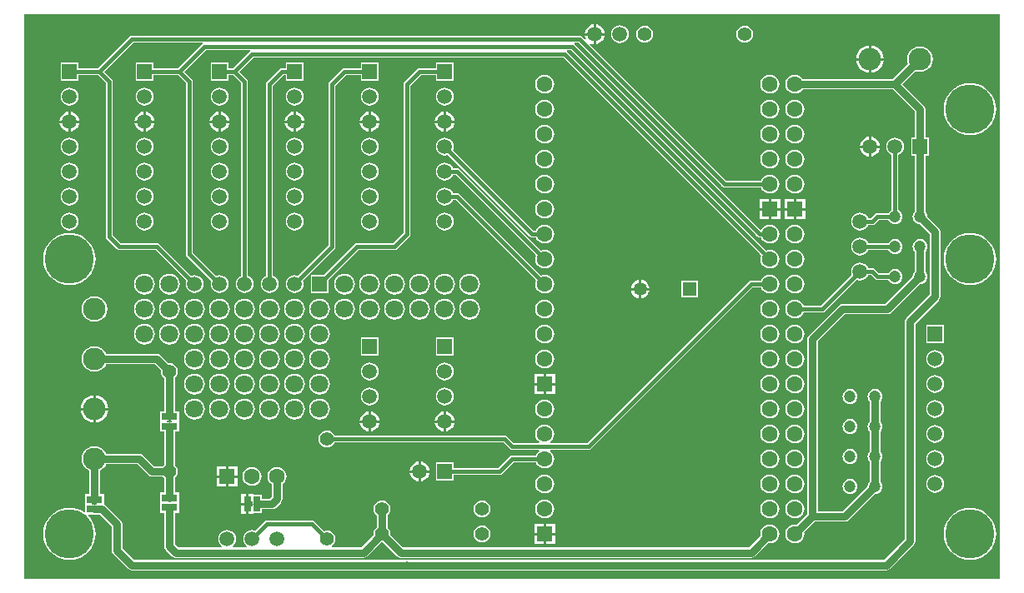
<source format=gbl>
G04*
G04 #@! TF.GenerationSoftware,Altium Limited,Altium Designer,18.0.7 (293)*
G04*
G04 Layer_Physical_Order=2*
G04 Layer_Color=16711680*
%FSLAX25Y25*%
%MOIN*%
G70*
G01*
G75*
%ADD12C,0.00000*%
%ADD13C,0.01500*%
%ADD30C,0.03000*%
%ADD31C,0.05512*%
%ADD32C,0.05906*%
%ADD33R,0.05906X0.05906*%
%ADD34R,0.05906X0.05906*%
%ADD35R,0.06299X0.06299*%
%ADD36C,0.06299*%
%ADD37C,0.05315*%
%ADD38R,0.05315X0.05315*%
%ADD39C,0.04724*%
%ADD40C,0.19685*%
%ADD41C,0.09000*%
%ADD42C,0.06299*%
%ADD43R,0.06299X0.06299*%
%ADD44C,0.02362*%
%ADD45C,0.07087*%
%ADD46C,0.03150*%
%ADD47R,0.03150X0.06299*%
%ADD48R,0.06299X0.03150*%
%ADD49R,0.00800X0.02000*%
%ADD50R,0.02000X0.00800*%
G36*
X392000Y112000D02*
X2000D01*
Y338000D01*
X392000D01*
Y112000D01*
D02*
G37*
%LPC*%
G36*
X230500Y333921D02*
Y330500D01*
X233921D01*
X233851Y331032D01*
X233453Y331993D01*
X232819Y332819D01*
X231993Y333453D01*
X231032Y333851D01*
X230500Y333921D01*
D02*
G37*
G36*
X229500D02*
X228968Y333851D01*
X228007Y333453D01*
X227181Y332819D01*
X226547Y331993D01*
X226149Y331032D01*
X226079Y330500D01*
X229500D01*
Y333921D01*
D02*
G37*
G36*
Y329500D02*
X226079D01*
X226149Y328968D01*
X226477Y328177D01*
X226053Y327894D01*
X224973Y328973D01*
X224527Y329272D01*
X224000Y329377D01*
X45000D01*
X45000Y329377D01*
X44473Y329272D01*
X44027Y328973D01*
X44027Y328973D01*
X31430Y316376D01*
X23553D01*
Y318553D01*
X16447D01*
Y311447D01*
X23553D01*
Y313623D01*
X31430D01*
X34624Y310430D01*
Y249000D01*
X34728Y248473D01*
X35027Y248027D01*
X39027Y244027D01*
X39027Y244027D01*
X39473Y243728D01*
X40000Y243623D01*
X54430D01*
X66711Y231343D01*
X66539Y230927D01*
X66417Y230000D01*
X66539Y229073D01*
X66897Y228208D01*
X67466Y227466D01*
X68208Y226897D01*
X69073Y226539D01*
X70000Y226417D01*
X70927Y226539D01*
X71792Y226897D01*
X72534Y227466D01*
X73103Y228208D01*
X73461Y229073D01*
X73583Y230000D01*
X73461Y230927D01*
X73103Y231792D01*
X72534Y232534D01*
X71792Y233103D01*
X70927Y233461D01*
X70000Y233583D01*
X69073Y233461D01*
X68657Y233289D01*
X55973Y245973D01*
X55527Y246272D01*
X55000Y246376D01*
X40570D01*
X37376Y249570D01*
Y311000D01*
X37272Y311527D01*
X36973Y311973D01*
X36973Y311973D01*
X33947Y315000D01*
X45570Y326624D01*
X73100D01*
X73252Y326123D01*
X73027Y325973D01*
X73027Y325973D01*
X63430Y316376D01*
X53553D01*
Y318553D01*
X46447D01*
Y311447D01*
X53553D01*
Y313623D01*
X63430D01*
X66624Y310430D01*
Y242000D01*
X66728Y241473D01*
X67027Y241027D01*
X76711Y231343D01*
X76539Y230927D01*
X76417Y230000D01*
X76539Y229073D01*
X76897Y228208D01*
X77466Y227466D01*
X78208Y226897D01*
X79073Y226539D01*
X80000Y226417D01*
X80927Y226539D01*
X81792Y226897D01*
X82534Y227466D01*
X83103Y228208D01*
X83461Y229073D01*
X83583Y230000D01*
X83461Y230927D01*
X83103Y231792D01*
X82534Y232534D01*
X81792Y233103D01*
X80927Y233461D01*
X80000Y233583D01*
X79073Y233461D01*
X78657Y233289D01*
X69376Y242570D01*
Y311000D01*
X69272Y311527D01*
X68973Y311973D01*
X68973Y311973D01*
X65947Y315000D01*
X74570Y323623D01*
X92100D01*
X92252Y323124D01*
X92027Y322973D01*
X92027Y322973D01*
X85430Y316376D01*
X83553D01*
Y318553D01*
X76447D01*
Y311447D01*
X83553D01*
Y313623D01*
X85430D01*
X88624Y310430D01*
Y233275D01*
X88208Y233103D01*
X87466Y232534D01*
X86897Y231792D01*
X86539Y230927D01*
X86417Y230000D01*
X86539Y229073D01*
X86897Y228208D01*
X87466Y227466D01*
X88208Y226897D01*
X89073Y226539D01*
X90000Y226417D01*
X90927Y226539D01*
X91792Y226897D01*
X92534Y227466D01*
X93103Y228208D01*
X93461Y229073D01*
X93583Y230000D01*
X93461Y230927D01*
X93103Y231792D01*
X92534Y232534D01*
X91792Y233103D01*
X91376Y233275D01*
Y311000D01*
X91272Y311527D01*
X90973Y311973D01*
X90973Y311973D01*
X87947Y315000D01*
X93570Y320623D01*
X217430D01*
X296560Y241493D01*
X296347Y240979D01*
X296218Y240000D01*
X296347Y239021D01*
X296725Y238109D01*
X297326Y237326D01*
X298109Y236725D01*
X299021Y236347D01*
X300000Y236218D01*
X300979Y236347D01*
X301891Y236725D01*
X302674Y237326D01*
X303275Y238109D01*
X303653Y239021D01*
X303782Y240000D01*
X303653Y240979D01*
X303275Y241891D01*
X302674Y242674D01*
X301891Y243275D01*
X300979Y243653D01*
X300000Y243782D01*
X299021Y243653D01*
X298507Y243440D01*
X218973Y322973D01*
X218748Y323124D01*
X218900Y323623D01*
X220430D01*
X295027Y249027D01*
X295473Y248728D01*
X296000Y248623D01*
X296000Y248623D01*
X296512D01*
X296725Y248109D01*
X297326Y247326D01*
X298109Y246725D01*
X299021Y246347D01*
X300000Y246218D01*
X300979Y246347D01*
X301891Y246725D01*
X302674Y247326D01*
X303275Y248109D01*
X303653Y249021D01*
X303782Y250000D01*
X303653Y250979D01*
X303275Y251891D01*
X302674Y252674D01*
X301891Y253275D01*
X300979Y253653D01*
X300000Y253782D01*
X299021Y253653D01*
X298109Y253275D01*
X297326Y252674D01*
X296741Y251912D01*
X296646Y251823D01*
X296211Y251736D01*
X221973Y325973D01*
X221748Y326123D01*
X221900Y326624D01*
X223430D01*
X281027Y269027D01*
X281027Y269027D01*
X281473Y268728D01*
X282000Y268623D01*
X282000Y268623D01*
X296512D01*
X296725Y268109D01*
X297326Y267326D01*
X298109Y266725D01*
X299021Y266347D01*
X300000Y266218D01*
X300979Y266347D01*
X301891Y266725D01*
X302674Y267326D01*
X303275Y268109D01*
X303653Y269021D01*
X303782Y270000D01*
X303653Y270979D01*
X303275Y271891D01*
X302674Y272674D01*
X301891Y273275D01*
X300979Y273653D01*
X300000Y273782D01*
X299021Y273653D01*
X298109Y273275D01*
X297326Y272674D01*
X296725Y271891D01*
X296512Y271376D01*
X282570D01*
X227894Y326053D01*
X228177Y326477D01*
X228968Y326149D01*
X229500Y326079D01*
Y329500D01*
D02*
G37*
G36*
X290000Y333385D02*
X289124Y333270D01*
X288308Y332931D01*
X287607Y332394D01*
X287069Y331692D01*
X286731Y330876D01*
X286615Y330000D01*
X286731Y329124D01*
X287069Y328308D01*
X287607Y327607D01*
X288308Y327069D01*
X289124Y326730D01*
X290000Y326615D01*
X290876Y326730D01*
X291692Y327069D01*
X292393Y327607D01*
X292931Y328308D01*
X293269Y329124D01*
X293385Y330000D01*
X293269Y330876D01*
X292931Y331692D01*
X292393Y332394D01*
X291692Y332931D01*
X290876Y333270D01*
X290000Y333385D01*
D02*
G37*
G36*
X250000D02*
X249124Y333270D01*
X248308Y332931D01*
X247606Y332394D01*
X247069Y331692D01*
X246730Y330876D01*
X246615Y330000D01*
X246730Y329124D01*
X247069Y328308D01*
X247606Y327607D01*
X248308Y327069D01*
X249124Y326730D01*
X250000Y326615D01*
X250876Y326730D01*
X251692Y327069D01*
X252394Y327607D01*
X252931Y328308D01*
X253270Y329124D01*
X253385Y330000D01*
X253270Y330876D01*
X252931Y331692D01*
X252394Y332394D01*
X251692Y332931D01*
X250876Y333270D01*
X250000Y333385D01*
D02*
G37*
G36*
X240000Y333583D02*
X239073Y333461D01*
X238208Y333103D01*
X237466Y332534D01*
X236897Y331792D01*
X236539Y330927D01*
X236417Y330000D01*
X236539Y329073D01*
X236897Y328208D01*
X237466Y327466D01*
X238208Y326897D01*
X239073Y326539D01*
X240000Y326417D01*
X240927Y326539D01*
X241792Y326897D01*
X242534Y327466D01*
X243103Y328208D01*
X243461Y329073D01*
X243583Y330000D01*
X243461Y330927D01*
X243103Y331792D01*
X242534Y332534D01*
X241792Y333103D01*
X240927Y333461D01*
X240000Y333583D01*
D02*
G37*
G36*
X233921Y329500D02*
X230500D01*
Y326079D01*
X231032Y326149D01*
X231993Y326547D01*
X232819Y327181D01*
X233453Y328007D01*
X233851Y328968D01*
X233921Y329500D01*
D02*
G37*
G36*
X340500Y325482D02*
Y320500D01*
X345482D01*
X345358Y321436D01*
X344804Y322774D01*
X343923Y323923D01*
X342774Y324804D01*
X341436Y325358D01*
X340500Y325482D01*
D02*
G37*
G36*
X339500D02*
X338564Y325358D01*
X337226Y324804D01*
X336077Y323923D01*
X335196Y322774D01*
X334642Y321436D01*
X334518Y320500D01*
X339500D01*
Y325482D01*
D02*
G37*
G36*
X173553Y318553D02*
X166447D01*
Y316376D01*
X160000D01*
X160000Y316376D01*
X159473Y316272D01*
X159027Y315973D01*
X154027Y310973D01*
X153728Y310527D01*
X153624Y310000D01*
Y250570D01*
X149430Y246376D01*
X135000D01*
X134473Y246272D01*
X134027Y245973D01*
X134027Y245973D01*
X121606Y233553D01*
X116447D01*
Y226447D01*
X123553D01*
Y231606D01*
X135570Y243623D01*
X150000D01*
X150527Y243728D01*
X150973Y244027D01*
X155973Y249027D01*
X156272Y249473D01*
X156377Y250000D01*
X156376Y250000D01*
Y309430D01*
X160570Y313623D01*
X166447D01*
Y311447D01*
X173553D01*
Y318553D01*
D02*
G37*
G36*
X143553D02*
X136447D01*
Y316376D01*
X130000D01*
X130000Y316376D01*
X129473Y316272D01*
X129027Y315973D01*
X124027Y310973D01*
X123728Y310527D01*
X123624Y310000D01*
Y245570D01*
X111343Y233289D01*
X110927Y233461D01*
X110000Y233583D01*
X109073Y233461D01*
X108208Y233103D01*
X107466Y232534D01*
X106897Y231792D01*
X106539Y230927D01*
X106417Y230000D01*
X106539Y229073D01*
X106897Y228208D01*
X107466Y227466D01*
X108208Y226897D01*
X109073Y226539D01*
X110000Y226417D01*
X110927Y226539D01*
X111792Y226897D01*
X112534Y227466D01*
X113103Y228208D01*
X113461Y229073D01*
X113583Y230000D01*
X113461Y230927D01*
X113289Y231343D01*
X125973Y244027D01*
X125973Y244027D01*
X126272Y244473D01*
X126376Y245000D01*
Y309430D01*
X130570Y313623D01*
X136447D01*
Y311447D01*
X143553D01*
Y318553D01*
D02*
G37*
G36*
X113553D02*
X106447D01*
Y316376D01*
X105000D01*
X105000Y316376D01*
X104473Y316272D01*
X104027Y315973D01*
X99027Y310973D01*
X98728Y310527D01*
X98624Y310000D01*
Y233275D01*
X98208Y233103D01*
X97466Y232534D01*
X96897Y231792D01*
X96539Y230927D01*
X96417Y230000D01*
X96539Y229073D01*
X96897Y228208D01*
X97466Y227466D01*
X98208Y226897D01*
X99073Y226539D01*
X100000Y226417D01*
X100927Y226539D01*
X101792Y226897D01*
X102534Y227466D01*
X103103Y228208D01*
X103461Y229073D01*
X103583Y230000D01*
X103461Y230927D01*
X103103Y231792D01*
X102534Y232534D01*
X101792Y233103D01*
X101376Y233275D01*
Y309430D01*
X105570Y313623D01*
X106447D01*
Y311447D01*
X113553D01*
Y318553D01*
D02*
G37*
G36*
X360000Y325144D02*
X358669Y324969D01*
X357428Y324455D01*
X356363Y323637D01*
X355545Y322572D01*
X355031Y321331D01*
X354856Y320000D01*
X355031Y318669D01*
X355210Y318238D01*
X349113Y312141D01*
X313083D01*
X312674Y312674D01*
X311891Y313275D01*
X310979Y313653D01*
X310000Y313782D01*
X309021Y313653D01*
X308109Y313275D01*
X307326Y312674D01*
X306725Y311891D01*
X306347Y310979D01*
X306218Y310000D01*
X306347Y309021D01*
X306725Y308109D01*
X307326Y307326D01*
X308109Y306725D01*
X309021Y306347D01*
X310000Y306218D01*
X310979Y306347D01*
X311891Y306725D01*
X312674Y307326D01*
X313083Y307859D01*
X349113D01*
X357859Y299113D01*
Y288553D01*
X356447D01*
Y281447D01*
X357859D01*
Y259076D01*
X357413Y258494D01*
X357114Y257773D01*
X357012Y257000D01*
X357114Y256227D01*
X357413Y255506D01*
X357887Y254887D01*
X358506Y254413D01*
X359227Y254114D01*
X359954Y254018D01*
X363859Y250113D01*
Y225887D01*
X354486Y216514D01*
X354022Y215819D01*
X353859Y215000D01*
Y127887D01*
X345613Y119641D01*
X155383D01*
X155000Y119717D01*
X154617Y119641D01*
X45887D01*
X41141Y124387D01*
Y134000D01*
X40978Y134819D01*
X40514Y135514D01*
X34514Y141514D01*
X33819Y141978D01*
X33750Y141992D01*
Y145975D01*
X32141D01*
Y155367D01*
X32572Y155545D01*
X33637Y156363D01*
X34455Y157428D01*
X34633Y157859D01*
X47113D01*
X51486Y153486D01*
X52181Y153022D01*
X53000Y152859D01*
X57413D01*
X57607Y152606D01*
X57859Y152413D01*
Y146575D01*
X56250D01*
Y142225D01*
Y138425D01*
X57859D01*
Y125000D01*
X58022Y124181D01*
X58486Y123486D01*
X60986Y120986D01*
X61681Y120522D01*
X62500Y120359D01*
X137500D01*
X138319Y120522D01*
X139014Y120986D01*
X144685Y126657D01*
X145000Y126615D01*
X145315Y126657D01*
X150986Y120986D01*
X151681Y120522D01*
X152500Y120359D01*
X292500D01*
X293319Y120522D01*
X294014Y120986D01*
X299334Y126306D01*
X300000Y126218D01*
X300979Y126347D01*
X301891Y126725D01*
X302674Y127326D01*
X303275Y128109D01*
X303653Y129021D01*
X303782Y130000D01*
X303653Y130979D01*
X303275Y131891D01*
X302674Y132674D01*
X301891Y133275D01*
X300979Y133653D01*
X300000Y133782D01*
X299021Y133653D01*
X298109Y133275D01*
X297326Y132674D01*
X296725Y131891D01*
X296347Y130979D01*
X296218Y130000D01*
X296306Y129334D01*
X291613Y124641D01*
X153387D01*
X148343Y129685D01*
X148385Y130000D01*
X148269Y130876D01*
X147931Y131692D01*
X147394Y132394D01*
X147141Y132587D01*
Y137413D01*
X147394Y137607D01*
X147931Y138308D01*
X148269Y139124D01*
X148385Y140000D01*
X148269Y140876D01*
X147931Y141692D01*
X147394Y142394D01*
X146692Y142931D01*
X145876Y143270D01*
X145000Y143385D01*
X144124Y143270D01*
X143308Y142931D01*
X142606Y142394D01*
X142069Y141692D01*
X141730Y140876D01*
X141615Y140000D01*
X141730Y139124D01*
X142069Y138308D01*
X142606Y137607D01*
X142859Y137413D01*
Y132587D01*
X142606Y132394D01*
X142069Y131692D01*
X141730Y130876D01*
X141615Y130000D01*
X141657Y129685D01*
X136613Y124641D01*
X124918D01*
X124861Y124749D01*
X124787Y125141D01*
X125393Y125607D01*
X125931Y126308D01*
X126269Y127124D01*
X126385Y128000D01*
X126269Y128876D01*
X125931Y129692D01*
X125393Y130394D01*
X124692Y130931D01*
X123876Y131270D01*
X123000Y131385D01*
X122124Y131270D01*
X121808Y131139D01*
X117973Y134973D01*
X117527Y135272D01*
X117000Y135376D01*
X99000D01*
X98473Y135272D01*
X98027Y134973D01*
X94343Y131289D01*
X93927Y131461D01*
X93000Y131583D01*
X92073Y131461D01*
X91208Y131103D01*
X90466Y130534D01*
X89897Y129792D01*
X89539Y128927D01*
X89417Y128000D01*
X89539Y127073D01*
X89897Y126208D01*
X90466Y125466D01*
X90890Y125141D01*
X90720Y124641D01*
X85280D01*
X85110Y125141D01*
X85534Y125466D01*
X86103Y126208D01*
X86461Y127073D01*
X86583Y128000D01*
X86461Y128927D01*
X86103Y129792D01*
X85534Y130534D01*
X84792Y131103D01*
X83927Y131461D01*
X83000Y131583D01*
X82073Y131461D01*
X81208Y131103D01*
X80466Y130534D01*
X79897Y129792D01*
X79539Y128927D01*
X79417Y128000D01*
X79539Y127073D01*
X79897Y126208D01*
X80466Y125466D01*
X80890Y125141D01*
X80720Y124641D01*
X63387D01*
X62141Y125887D01*
Y138425D01*
X63750D01*
Y142225D01*
Y146575D01*
X62141D01*
Y152413D01*
X62393Y152606D01*
X62931Y153308D01*
X63270Y154124D01*
X63385Y155000D01*
X63270Y155876D01*
X62931Y156692D01*
X62393Y157394D01*
X62141Y157587D01*
Y170925D01*
X63750D01*
Y174725D01*
Y179075D01*
X62141D01*
Y192413D01*
X62393Y192606D01*
X62931Y193308D01*
X63270Y194124D01*
X63385Y195000D01*
X63270Y195876D01*
X62931Y196692D01*
X62393Y197394D01*
X61692Y197931D01*
X60876Y198269D01*
X60000Y198385D01*
X59685Y198343D01*
X56514Y201514D01*
X55819Y201978D01*
X55000Y202141D01*
X34633D01*
X34455Y202572D01*
X33637Y203637D01*
X32572Y204455D01*
X31331Y204969D01*
X30000Y205144D01*
X28669Y204969D01*
X27428Y204455D01*
X26363Y203637D01*
X25545Y202572D01*
X25031Y201331D01*
X24856Y200000D01*
X25031Y198669D01*
X25545Y197428D01*
X26363Y196363D01*
X27428Y195545D01*
X28669Y195031D01*
X30000Y194856D01*
X31331Y195031D01*
X32572Y195545D01*
X33637Y196363D01*
X34455Y197428D01*
X34633Y197859D01*
X54113D01*
X56657Y195315D01*
X56615Y195000D01*
X56731Y194124D01*
X57069Y193308D01*
X57607Y192606D01*
X57859Y192413D01*
Y179075D01*
X56250D01*
Y174725D01*
Y170925D01*
X57859D01*
Y157587D01*
X57607Y157394D01*
X57413Y157141D01*
X53887D01*
X49514Y161514D01*
X48819Y161978D01*
X48000Y162141D01*
X34633D01*
X34455Y162572D01*
X33637Y163637D01*
X32572Y164455D01*
X31331Y164969D01*
X30000Y165144D01*
X28669Y164969D01*
X27428Y164455D01*
X26363Y163637D01*
X25545Y162572D01*
X25031Y161331D01*
X24856Y160000D01*
X25031Y158669D01*
X25545Y157428D01*
X26363Y156363D01*
X27428Y155545D01*
X27859Y155367D01*
Y145975D01*
X26250D01*
Y141625D01*
Y139003D01*
X25750Y138723D01*
X24756Y139333D01*
X23237Y139962D01*
X21639Y140346D01*
X20000Y140475D01*
X18361Y140346D01*
X16763Y139962D01*
X15245Y139333D01*
X13843Y138474D01*
X12593Y137407D01*
X11526Y136157D01*
X10667Y134756D01*
X10038Y133237D01*
X9654Y131639D01*
X9525Y130000D01*
X9654Y128361D01*
X10038Y126763D01*
X10667Y125244D01*
X11526Y123843D01*
X12593Y122593D01*
X13843Y121526D01*
X15245Y120667D01*
X16763Y120038D01*
X18361Y119654D01*
X20000Y119525D01*
X21639Y119654D01*
X23237Y120038D01*
X24756Y120667D01*
X26157Y121526D01*
X27407Y122593D01*
X28474Y123843D01*
X29333Y125244D01*
X29962Y126763D01*
X30346Y128361D01*
X30475Y130000D01*
X30346Y131639D01*
X29962Y133237D01*
X29333Y134756D01*
X28474Y136157D01*
X27477Y137325D01*
X27603Y137825D01*
X32147D01*
X36859Y133113D01*
Y123500D01*
X37022Y122681D01*
X37486Y121986D01*
X43486Y115986D01*
X44181Y115522D01*
X45000Y115359D01*
X154617D01*
X155000Y115283D01*
X155383Y115359D01*
X346500D01*
X347319Y115522D01*
X348014Y115986D01*
X357514Y125486D01*
X357978Y126181D01*
X358141Y127000D01*
Y214113D01*
X367514Y223486D01*
X367978Y224181D01*
X368141Y225000D01*
Y251000D01*
X367978Y251819D01*
X367514Y252514D01*
X362982Y257046D01*
X362886Y257773D01*
X362587Y258494D01*
X362141Y259076D01*
Y281447D01*
X363553D01*
Y288553D01*
X362141D01*
Y300000D01*
X361978Y300819D01*
X361514Y301514D01*
X353028Y310000D01*
X358238Y315210D01*
X358669Y315031D01*
X360000Y314856D01*
X361331Y315031D01*
X362572Y315545D01*
X363637Y316363D01*
X364455Y317428D01*
X364969Y318669D01*
X365144Y320000D01*
X364969Y321331D01*
X364455Y322572D01*
X363637Y323637D01*
X362572Y324455D01*
X361331Y324969D01*
X360000Y325144D01*
D02*
G37*
G36*
X345482Y319500D02*
X340500D01*
Y314518D01*
X341436Y314642D01*
X342774Y315196D01*
X343923Y316077D01*
X344804Y317226D01*
X345358Y318564D01*
X345482Y319500D01*
D02*
G37*
G36*
X339500D02*
X334518D01*
X334642Y318564D01*
X335196Y317226D01*
X336077Y316077D01*
X337226Y315196D01*
X338564Y314642D01*
X339500Y314518D01*
Y319500D01*
D02*
G37*
G36*
X300000Y313782D02*
X299021Y313653D01*
X298109Y313275D01*
X297326Y312674D01*
X296725Y311891D01*
X296347Y310979D01*
X296218Y310000D01*
X296347Y309021D01*
X296725Y308109D01*
X297326Y307326D01*
X298109Y306725D01*
X299021Y306347D01*
X300000Y306218D01*
X300979Y306347D01*
X301891Y306725D01*
X302674Y307326D01*
X303275Y308109D01*
X303653Y309021D01*
X303782Y310000D01*
X303653Y310979D01*
X303275Y311891D01*
X302674Y312674D01*
X301891Y313275D01*
X300979Y313653D01*
X300000Y313782D01*
D02*
G37*
G36*
X210000D02*
X209021Y313653D01*
X208109Y313275D01*
X207326Y312674D01*
X206725Y311891D01*
X206347Y310979D01*
X206218Y310000D01*
X206347Y309021D01*
X206725Y308109D01*
X207326Y307326D01*
X208109Y306725D01*
X209021Y306347D01*
X210000Y306218D01*
X210979Y306347D01*
X211891Y306725D01*
X212674Y307326D01*
X213275Y308109D01*
X213653Y309021D01*
X213782Y310000D01*
X213653Y310979D01*
X213275Y311891D01*
X212674Y312674D01*
X211891Y313275D01*
X210979Y313653D01*
X210000Y313782D01*
D02*
G37*
G36*
X170000Y308583D02*
X169073Y308461D01*
X168208Y308103D01*
X167466Y307534D01*
X166897Y306792D01*
X166539Y305927D01*
X166417Y305000D01*
X166539Y304073D01*
X166897Y303208D01*
X167466Y302466D01*
X168208Y301897D01*
X169073Y301539D01*
X170000Y301417D01*
X170927Y301539D01*
X171792Y301897D01*
X172534Y302466D01*
X173103Y303208D01*
X173461Y304073D01*
X173583Y305000D01*
X173461Y305927D01*
X173103Y306792D01*
X172534Y307534D01*
X171792Y308103D01*
X170927Y308461D01*
X170000Y308583D01*
D02*
G37*
G36*
X140000D02*
X139073Y308461D01*
X138208Y308103D01*
X137466Y307534D01*
X136897Y306792D01*
X136539Y305927D01*
X136417Y305000D01*
X136539Y304073D01*
X136897Y303208D01*
X137466Y302466D01*
X138208Y301897D01*
X139073Y301539D01*
X140000Y301417D01*
X140927Y301539D01*
X141792Y301897D01*
X142534Y302466D01*
X143103Y303208D01*
X143461Y304073D01*
X143583Y305000D01*
X143461Y305927D01*
X143103Y306792D01*
X142534Y307534D01*
X141792Y308103D01*
X140927Y308461D01*
X140000Y308583D01*
D02*
G37*
G36*
X110000D02*
X109073Y308461D01*
X108208Y308103D01*
X107466Y307534D01*
X106897Y306792D01*
X106539Y305927D01*
X106417Y305000D01*
X106539Y304073D01*
X106897Y303208D01*
X107466Y302466D01*
X108208Y301897D01*
X109073Y301539D01*
X110000Y301417D01*
X110927Y301539D01*
X111792Y301897D01*
X112534Y302466D01*
X113103Y303208D01*
X113461Y304073D01*
X113583Y305000D01*
X113461Y305927D01*
X113103Y306792D01*
X112534Y307534D01*
X111792Y308103D01*
X110927Y308461D01*
X110000Y308583D01*
D02*
G37*
G36*
X80000D02*
X79073Y308461D01*
X78208Y308103D01*
X77466Y307534D01*
X76897Y306792D01*
X76539Y305927D01*
X76417Y305000D01*
X76539Y304073D01*
X76897Y303208D01*
X77466Y302466D01*
X78208Y301897D01*
X79073Y301539D01*
X80000Y301417D01*
X80927Y301539D01*
X81792Y301897D01*
X82534Y302466D01*
X83103Y303208D01*
X83461Y304073D01*
X83583Y305000D01*
X83461Y305927D01*
X83103Y306792D01*
X82534Y307534D01*
X81792Y308103D01*
X80927Y308461D01*
X80000Y308583D01*
D02*
G37*
G36*
X50000D02*
X49073Y308461D01*
X48208Y308103D01*
X47466Y307534D01*
X46897Y306792D01*
X46539Y305927D01*
X46417Y305000D01*
X46539Y304073D01*
X46897Y303208D01*
X47466Y302466D01*
X48208Y301897D01*
X49073Y301539D01*
X50000Y301417D01*
X50927Y301539D01*
X51792Y301897D01*
X52534Y302466D01*
X53103Y303208D01*
X53461Y304073D01*
X53583Y305000D01*
X53461Y305927D01*
X53103Y306792D01*
X52534Y307534D01*
X51792Y308103D01*
X50927Y308461D01*
X50000Y308583D01*
D02*
G37*
G36*
X20000D02*
X19073Y308461D01*
X18208Y308103D01*
X17466Y307534D01*
X16897Y306792D01*
X16539Y305927D01*
X16417Y305000D01*
X16539Y304073D01*
X16897Y303208D01*
X17466Y302466D01*
X18208Y301897D01*
X19073Y301539D01*
X20000Y301417D01*
X20927Y301539D01*
X21792Y301897D01*
X22534Y302466D01*
X23103Y303208D01*
X23461Y304073D01*
X23583Y305000D01*
X23461Y305927D01*
X23103Y306792D01*
X22534Y307534D01*
X21792Y308103D01*
X20927Y308461D01*
X20000Y308583D01*
D02*
G37*
G36*
X310000Y303782D02*
X309021Y303653D01*
X308109Y303275D01*
X307326Y302674D01*
X306725Y301891D01*
X306347Y300979D01*
X306218Y300000D01*
X306347Y299021D01*
X306725Y298109D01*
X307326Y297326D01*
X308109Y296725D01*
X309021Y296347D01*
X310000Y296218D01*
X310979Y296347D01*
X311891Y296725D01*
X312674Y297326D01*
X313275Y298109D01*
X313653Y299021D01*
X313782Y300000D01*
X313653Y300979D01*
X313275Y301891D01*
X312674Y302674D01*
X311891Y303275D01*
X310979Y303653D01*
X310000Y303782D01*
D02*
G37*
G36*
X300000D02*
X299021Y303653D01*
X298109Y303275D01*
X297326Y302674D01*
X296725Y301891D01*
X296347Y300979D01*
X296218Y300000D01*
X296347Y299021D01*
X296725Y298109D01*
X297326Y297326D01*
X298109Y296725D01*
X299021Y296347D01*
X300000Y296218D01*
X300979Y296347D01*
X301891Y296725D01*
X302674Y297326D01*
X303275Y298109D01*
X303653Y299021D01*
X303782Y300000D01*
X303653Y300979D01*
X303275Y301891D01*
X302674Y302674D01*
X301891Y303275D01*
X300979Y303653D01*
X300000Y303782D01*
D02*
G37*
G36*
X210000D02*
X209021Y303653D01*
X208109Y303275D01*
X207326Y302674D01*
X206725Y301891D01*
X206347Y300979D01*
X206218Y300000D01*
X206347Y299021D01*
X206725Y298109D01*
X207326Y297326D01*
X208109Y296725D01*
X209021Y296347D01*
X210000Y296218D01*
X210979Y296347D01*
X211891Y296725D01*
X212674Y297326D01*
X213275Y298109D01*
X213653Y299021D01*
X213782Y300000D01*
X213653Y300979D01*
X213275Y301891D01*
X212674Y302674D01*
X211891Y303275D01*
X210979Y303653D01*
X210000Y303782D01*
D02*
G37*
G36*
X170500Y298921D02*
Y295500D01*
X173921D01*
X173851Y296032D01*
X173453Y296993D01*
X172819Y297819D01*
X171993Y298453D01*
X171032Y298851D01*
X170500Y298921D01*
D02*
G37*
G36*
X140500D02*
Y295500D01*
X143921D01*
X143851Y296032D01*
X143453Y296993D01*
X142819Y297819D01*
X141993Y298453D01*
X141032Y298851D01*
X140500Y298921D01*
D02*
G37*
G36*
X110500D02*
Y295500D01*
X113921D01*
X113851Y296032D01*
X113453Y296993D01*
X112819Y297819D01*
X111993Y298453D01*
X111032Y298851D01*
X110500Y298921D01*
D02*
G37*
G36*
X80500D02*
Y295500D01*
X83921D01*
X83851Y296032D01*
X83453Y296993D01*
X82819Y297819D01*
X81993Y298453D01*
X81032Y298851D01*
X80500Y298921D01*
D02*
G37*
G36*
X50500D02*
Y295500D01*
X53921D01*
X53851Y296032D01*
X53453Y296993D01*
X52819Y297819D01*
X51993Y298453D01*
X51032Y298851D01*
X50500Y298921D01*
D02*
G37*
G36*
X20500D02*
Y295500D01*
X23921D01*
X23851Y296032D01*
X23453Y296993D01*
X22819Y297819D01*
X21993Y298453D01*
X21032Y298851D01*
X20500Y298921D01*
D02*
G37*
G36*
X169500D02*
X168968Y298851D01*
X168007Y298453D01*
X167181Y297819D01*
X166547Y296993D01*
X166149Y296032D01*
X166079Y295500D01*
X169500D01*
Y298921D01*
D02*
G37*
G36*
X79500D02*
X78968Y298851D01*
X78007Y298453D01*
X77181Y297819D01*
X76547Y296993D01*
X76149Y296032D01*
X76079Y295500D01*
X79500D01*
Y298921D01*
D02*
G37*
G36*
X49500D02*
X48968Y298851D01*
X48007Y298453D01*
X47181Y297819D01*
X46547Y296993D01*
X46149Y296032D01*
X46079Y295500D01*
X49500D01*
Y298921D01*
D02*
G37*
G36*
X139500D02*
X138968Y298851D01*
X138007Y298453D01*
X137181Y297819D01*
X136547Y296993D01*
X136149Y296032D01*
X136079Y295500D01*
X139500D01*
Y298921D01*
D02*
G37*
G36*
X109500D02*
X108968Y298851D01*
X108007Y298453D01*
X107181Y297819D01*
X106547Y296993D01*
X106149Y296032D01*
X106079Y295500D01*
X109500D01*
Y298921D01*
D02*
G37*
G36*
X19500D02*
X18968Y298851D01*
X18007Y298453D01*
X17181Y297819D01*
X16547Y296993D01*
X16149Y296032D01*
X16079Y295500D01*
X19500D01*
Y298921D01*
D02*
G37*
G36*
X113921Y294500D02*
X110500D01*
Y291079D01*
X111032Y291149D01*
X111993Y291547D01*
X112819Y292181D01*
X113453Y293007D01*
X113851Y293968D01*
X113921Y294500D01*
D02*
G37*
G36*
X173921D02*
X170500D01*
Y291079D01*
X171032Y291149D01*
X171993Y291547D01*
X172819Y292181D01*
X173453Y293007D01*
X173851Y293968D01*
X173921Y294500D01*
D02*
G37*
G36*
X143921D02*
X140500D01*
Y291079D01*
X141032Y291149D01*
X141993Y291547D01*
X142819Y292181D01*
X143453Y293007D01*
X143851Y293968D01*
X143921Y294500D01*
D02*
G37*
G36*
X83921D02*
X80500D01*
Y291079D01*
X81032Y291149D01*
X81993Y291547D01*
X82819Y292181D01*
X83453Y293007D01*
X83851Y293968D01*
X83921Y294500D01*
D02*
G37*
G36*
X53921D02*
X50500D01*
Y291079D01*
X51032Y291149D01*
X51993Y291547D01*
X52819Y292181D01*
X53453Y293007D01*
X53851Y293968D01*
X53921Y294500D01*
D02*
G37*
G36*
X23921D02*
X20500D01*
Y291079D01*
X21032Y291149D01*
X21993Y291547D01*
X22819Y292181D01*
X23453Y293007D01*
X23851Y293968D01*
X23921Y294500D01*
D02*
G37*
G36*
X19500D02*
X16079D01*
X16149Y293968D01*
X16547Y293007D01*
X17181Y292181D01*
X18007Y291547D01*
X18968Y291149D01*
X19500Y291079D01*
Y294500D01*
D02*
G37*
G36*
X139500D02*
X136079D01*
X136149Y293968D01*
X136547Y293007D01*
X137181Y292181D01*
X138007Y291547D01*
X138968Y291149D01*
X139500Y291079D01*
Y294500D01*
D02*
G37*
G36*
X79500D02*
X76079D01*
X76149Y293968D01*
X76547Y293007D01*
X77181Y292181D01*
X78007Y291547D01*
X78968Y291149D01*
X79500Y291079D01*
Y294500D01*
D02*
G37*
G36*
X49500D02*
X46079D01*
X46149Y293968D01*
X46547Y293007D01*
X47181Y292181D01*
X48007Y291547D01*
X48968Y291149D01*
X49500Y291079D01*
Y294500D01*
D02*
G37*
G36*
X169500D02*
X166079D01*
X166149Y293968D01*
X166547Y293007D01*
X167181Y292181D01*
X168007Y291547D01*
X168968Y291149D01*
X169500Y291079D01*
Y294500D01*
D02*
G37*
G36*
X109500D02*
X106079D01*
X106149Y293968D01*
X106547Y293007D01*
X107181Y292181D01*
X108007Y291547D01*
X108968Y291149D01*
X109500Y291079D01*
Y294500D01*
D02*
G37*
G36*
X380000Y310475D02*
X378361Y310346D01*
X376763Y309962D01*
X375244Y309333D01*
X373843Y308474D01*
X372593Y307407D01*
X371526Y306157D01*
X370667Y304755D01*
X370038Y303237D01*
X369654Y301639D01*
X369525Y300000D01*
X369654Y298361D01*
X370038Y296763D01*
X370667Y295245D01*
X371526Y293843D01*
X372593Y292593D01*
X373843Y291526D01*
X375244Y290667D01*
X376763Y290038D01*
X378361Y289654D01*
X380000Y289525D01*
X381639Y289654D01*
X383237Y290038D01*
X384755Y290667D01*
X386157Y291526D01*
X387407Y292593D01*
X388474Y293843D01*
X389333Y295245D01*
X389962Y296763D01*
X390346Y298361D01*
X390475Y300000D01*
X390346Y301639D01*
X389962Y303237D01*
X389333Y304755D01*
X388474Y306157D01*
X387407Y307407D01*
X386157Y308474D01*
X384755Y309333D01*
X383237Y309962D01*
X381639Y310346D01*
X380000Y310475D01*
D02*
G37*
G36*
X310000Y293782D02*
X309021Y293653D01*
X308109Y293275D01*
X307326Y292674D01*
X306725Y291891D01*
X306347Y290979D01*
X306218Y290000D01*
X306347Y289021D01*
X306725Y288109D01*
X307326Y287326D01*
X308109Y286725D01*
X309021Y286347D01*
X310000Y286218D01*
X310979Y286347D01*
X311891Y286725D01*
X312674Y287326D01*
X313275Y288109D01*
X313653Y289021D01*
X313782Y290000D01*
X313653Y290979D01*
X313275Y291891D01*
X312674Y292674D01*
X311891Y293275D01*
X310979Y293653D01*
X310000Y293782D01*
D02*
G37*
G36*
X300000D02*
X299021Y293653D01*
X298109Y293275D01*
X297326Y292674D01*
X296725Y291891D01*
X296347Y290979D01*
X296218Y290000D01*
X296347Y289021D01*
X296725Y288109D01*
X297326Y287326D01*
X298109Y286725D01*
X299021Y286347D01*
X300000Y286218D01*
X300979Y286347D01*
X301891Y286725D01*
X302674Y287326D01*
X303275Y288109D01*
X303653Y289021D01*
X303782Y290000D01*
X303653Y290979D01*
X303275Y291891D01*
X302674Y292674D01*
X301891Y293275D01*
X300979Y293653D01*
X300000Y293782D01*
D02*
G37*
G36*
X210000D02*
X209021Y293653D01*
X208109Y293275D01*
X207326Y292674D01*
X206725Y291891D01*
X206347Y290979D01*
X206218Y290000D01*
X206347Y289021D01*
X206725Y288109D01*
X207326Y287326D01*
X208109Y286725D01*
X209021Y286347D01*
X210000Y286218D01*
X210979Y286347D01*
X211891Y286725D01*
X212674Y287326D01*
X213275Y288109D01*
X213653Y289021D01*
X213782Y290000D01*
X213653Y290979D01*
X213275Y291891D01*
X212674Y292674D01*
X211891Y293275D01*
X210979Y293653D01*
X210000Y293782D01*
D02*
G37*
G36*
X340500Y288921D02*
Y285500D01*
X343921D01*
X343851Y286032D01*
X343453Y286993D01*
X342819Y287819D01*
X341993Y288453D01*
X341032Y288851D01*
X340500Y288921D01*
D02*
G37*
G36*
X339500D02*
X338968Y288851D01*
X338007Y288453D01*
X337181Y287819D01*
X336547Y286993D01*
X336149Y286032D01*
X336079Y285500D01*
X339500D01*
Y288921D01*
D02*
G37*
G36*
X140000Y288583D02*
X139073Y288461D01*
X138208Y288103D01*
X137466Y287534D01*
X136897Y286792D01*
X136539Y285927D01*
X136417Y285000D01*
X136539Y284073D01*
X136897Y283208D01*
X137466Y282466D01*
X138208Y281897D01*
X139073Y281539D01*
X140000Y281417D01*
X140927Y281539D01*
X141792Y281897D01*
X142534Y282466D01*
X143103Y283208D01*
X143461Y284073D01*
X143583Y285000D01*
X143461Y285927D01*
X143103Y286792D01*
X142534Y287534D01*
X141792Y288103D01*
X140927Y288461D01*
X140000Y288583D01*
D02*
G37*
G36*
X110000D02*
X109073Y288461D01*
X108208Y288103D01*
X107466Y287534D01*
X106897Y286792D01*
X106539Y285927D01*
X106417Y285000D01*
X106539Y284073D01*
X106897Y283208D01*
X107466Y282466D01*
X108208Y281897D01*
X109073Y281539D01*
X110000Y281417D01*
X110927Y281539D01*
X111792Y281897D01*
X112534Y282466D01*
X113103Y283208D01*
X113461Y284073D01*
X113583Y285000D01*
X113461Y285927D01*
X113103Y286792D01*
X112534Y287534D01*
X111792Y288103D01*
X110927Y288461D01*
X110000Y288583D01*
D02*
G37*
G36*
X80000D02*
X79073Y288461D01*
X78208Y288103D01*
X77466Y287534D01*
X76897Y286792D01*
X76539Y285927D01*
X76417Y285000D01*
X76539Y284073D01*
X76897Y283208D01*
X77466Y282466D01*
X78208Y281897D01*
X79073Y281539D01*
X80000Y281417D01*
X80927Y281539D01*
X81792Y281897D01*
X82534Y282466D01*
X83103Y283208D01*
X83461Y284073D01*
X83583Y285000D01*
X83461Y285927D01*
X83103Y286792D01*
X82534Y287534D01*
X81792Y288103D01*
X80927Y288461D01*
X80000Y288583D01*
D02*
G37*
G36*
X50000D02*
X49073Y288461D01*
X48208Y288103D01*
X47466Y287534D01*
X46897Y286792D01*
X46539Y285927D01*
X46417Y285000D01*
X46539Y284073D01*
X46897Y283208D01*
X47466Y282466D01*
X48208Y281897D01*
X49073Y281539D01*
X50000Y281417D01*
X50927Y281539D01*
X51792Y281897D01*
X52534Y282466D01*
X53103Y283208D01*
X53461Y284073D01*
X53583Y285000D01*
X53461Y285927D01*
X53103Y286792D01*
X52534Y287534D01*
X51792Y288103D01*
X50927Y288461D01*
X50000Y288583D01*
D02*
G37*
G36*
X20000D02*
X19073Y288461D01*
X18208Y288103D01*
X17466Y287534D01*
X16897Y286792D01*
X16539Y285927D01*
X16417Y285000D01*
X16539Y284073D01*
X16897Y283208D01*
X17466Y282466D01*
X18208Y281897D01*
X19073Y281539D01*
X20000Y281417D01*
X20927Y281539D01*
X21792Y281897D01*
X22534Y282466D01*
X23103Y283208D01*
X23461Y284073D01*
X23583Y285000D01*
X23461Y285927D01*
X23103Y286792D01*
X22534Y287534D01*
X21792Y288103D01*
X20927Y288461D01*
X20000Y288583D01*
D02*
G37*
G36*
X343921Y284500D02*
X340500D01*
Y281079D01*
X341032Y281149D01*
X341993Y281547D01*
X342819Y282181D01*
X343453Y283007D01*
X343851Y283968D01*
X343921Y284500D01*
D02*
G37*
G36*
X339500D02*
X336079D01*
X336149Y283968D01*
X336547Y283007D01*
X337181Y282181D01*
X338007Y281547D01*
X338968Y281149D01*
X339500Y281079D01*
Y284500D01*
D02*
G37*
G36*
X310000Y283782D02*
X309021Y283653D01*
X308109Y283275D01*
X307326Y282674D01*
X306725Y281891D01*
X306347Y280979D01*
X306218Y280000D01*
X306347Y279021D01*
X306725Y278109D01*
X307326Y277326D01*
X308109Y276725D01*
X309021Y276347D01*
X310000Y276218D01*
X310979Y276347D01*
X311891Y276725D01*
X312674Y277326D01*
X313275Y278109D01*
X313653Y279021D01*
X313782Y280000D01*
X313653Y280979D01*
X313275Y281891D01*
X312674Y282674D01*
X311891Y283275D01*
X310979Y283653D01*
X310000Y283782D01*
D02*
G37*
G36*
X300000D02*
X299021Y283653D01*
X298109Y283275D01*
X297326Y282674D01*
X296725Y281891D01*
X296347Y280979D01*
X296218Y280000D01*
X296347Y279021D01*
X296725Y278109D01*
X297326Y277326D01*
X298109Y276725D01*
X299021Y276347D01*
X300000Y276218D01*
X300979Y276347D01*
X301891Y276725D01*
X302674Y277326D01*
X303275Y278109D01*
X303653Y279021D01*
X303782Y280000D01*
X303653Y280979D01*
X303275Y281891D01*
X302674Y282674D01*
X301891Y283275D01*
X300979Y283653D01*
X300000Y283782D01*
D02*
G37*
G36*
X210000D02*
X209021Y283653D01*
X208109Y283275D01*
X207326Y282674D01*
X206725Y281891D01*
X206347Y280979D01*
X206218Y280000D01*
X206347Y279021D01*
X206725Y278109D01*
X207326Y277326D01*
X208109Y276725D01*
X209021Y276347D01*
X210000Y276218D01*
X210979Y276347D01*
X211891Y276725D01*
X212674Y277326D01*
X213275Y278109D01*
X213653Y279021D01*
X213782Y280000D01*
X213653Y280979D01*
X213275Y281891D01*
X212674Y282674D01*
X211891Y283275D01*
X210979Y283653D01*
X210000Y283782D01*
D02*
G37*
G36*
X140000Y278583D02*
X139073Y278461D01*
X138208Y278103D01*
X137466Y277534D01*
X136897Y276792D01*
X136539Y275927D01*
X136417Y275000D01*
X136539Y274073D01*
X136897Y273208D01*
X137466Y272466D01*
X138208Y271897D01*
X139073Y271539D01*
X140000Y271417D01*
X140927Y271539D01*
X141792Y271897D01*
X142534Y272466D01*
X143103Y273208D01*
X143461Y274073D01*
X143583Y275000D01*
X143461Y275927D01*
X143103Y276792D01*
X142534Y277534D01*
X141792Y278103D01*
X140927Y278461D01*
X140000Y278583D01*
D02*
G37*
G36*
X110000D02*
X109073Y278461D01*
X108208Y278103D01*
X107466Y277534D01*
X106897Y276792D01*
X106539Y275927D01*
X106417Y275000D01*
X106539Y274073D01*
X106897Y273208D01*
X107466Y272466D01*
X108208Y271897D01*
X109073Y271539D01*
X110000Y271417D01*
X110927Y271539D01*
X111792Y271897D01*
X112534Y272466D01*
X113103Y273208D01*
X113461Y274073D01*
X113583Y275000D01*
X113461Y275927D01*
X113103Y276792D01*
X112534Y277534D01*
X111792Y278103D01*
X110927Y278461D01*
X110000Y278583D01*
D02*
G37*
G36*
X80000D02*
X79073Y278461D01*
X78208Y278103D01*
X77466Y277534D01*
X76897Y276792D01*
X76539Y275927D01*
X76417Y275000D01*
X76539Y274073D01*
X76897Y273208D01*
X77466Y272466D01*
X78208Y271897D01*
X79073Y271539D01*
X80000Y271417D01*
X80927Y271539D01*
X81792Y271897D01*
X82534Y272466D01*
X83103Y273208D01*
X83461Y274073D01*
X83583Y275000D01*
X83461Y275927D01*
X83103Y276792D01*
X82534Y277534D01*
X81792Y278103D01*
X80927Y278461D01*
X80000Y278583D01*
D02*
G37*
G36*
X50000D02*
X49073Y278461D01*
X48208Y278103D01*
X47466Y277534D01*
X46897Y276792D01*
X46539Y275927D01*
X46417Y275000D01*
X46539Y274073D01*
X46897Y273208D01*
X47466Y272466D01*
X48208Y271897D01*
X49073Y271539D01*
X50000Y271417D01*
X50927Y271539D01*
X51792Y271897D01*
X52534Y272466D01*
X53103Y273208D01*
X53461Y274073D01*
X53583Y275000D01*
X53461Y275927D01*
X53103Y276792D01*
X52534Y277534D01*
X51792Y278103D01*
X50927Y278461D01*
X50000Y278583D01*
D02*
G37*
G36*
X20000D02*
X19073Y278461D01*
X18208Y278103D01*
X17466Y277534D01*
X16897Y276792D01*
X16539Y275927D01*
X16417Y275000D01*
X16539Y274073D01*
X16897Y273208D01*
X17466Y272466D01*
X18208Y271897D01*
X19073Y271539D01*
X20000Y271417D01*
X20927Y271539D01*
X21792Y271897D01*
X22534Y272466D01*
X23103Y273208D01*
X23461Y274073D01*
X23583Y275000D01*
X23461Y275927D01*
X23103Y276792D01*
X22534Y277534D01*
X21792Y278103D01*
X20927Y278461D01*
X20000Y278583D01*
D02*
G37*
G36*
X310000Y273782D02*
X309021Y273653D01*
X308109Y273275D01*
X307326Y272674D01*
X306725Y271891D01*
X306347Y270979D01*
X306218Y270000D01*
X306347Y269021D01*
X306725Y268109D01*
X307326Y267326D01*
X308109Y266725D01*
X309021Y266347D01*
X310000Y266218D01*
X310979Y266347D01*
X311891Y266725D01*
X312674Y267326D01*
X313275Y268109D01*
X313653Y269021D01*
X313782Y270000D01*
X313653Y270979D01*
X313275Y271891D01*
X312674Y272674D01*
X311891Y273275D01*
X310979Y273653D01*
X310000Y273782D01*
D02*
G37*
G36*
X210000D02*
X209021Y273653D01*
X208109Y273275D01*
X207326Y272674D01*
X206725Y271891D01*
X206347Y270979D01*
X206218Y270000D01*
X206347Y269021D01*
X206725Y268109D01*
X207326Y267326D01*
X208109Y266725D01*
X209021Y266347D01*
X210000Y266218D01*
X210979Y266347D01*
X211891Y266725D01*
X212674Y267326D01*
X213275Y268109D01*
X213653Y269021D01*
X213782Y270000D01*
X213653Y270979D01*
X213275Y271891D01*
X212674Y272674D01*
X211891Y273275D01*
X210979Y273653D01*
X210000Y273782D01*
D02*
G37*
G36*
X140000Y268583D02*
X139073Y268461D01*
X138208Y268103D01*
X137466Y267534D01*
X136897Y266792D01*
X136539Y265927D01*
X136417Y265000D01*
X136539Y264073D01*
X136897Y263208D01*
X137466Y262466D01*
X138208Y261897D01*
X139073Y261539D01*
X140000Y261417D01*
X140927Y261539D01*
X141792Y261897D01*
X142534Y262466D01*
X143103Y263208D01*
X143461Y264073D01*
X143583Y265000D01*
X143461Y265927D01*
X143103Y266792D01*
X142534Y267534D01*
X141792Y268103D01*
X140927Y268461D01*
X140000Y268583D01*
D02*
G37*
G36*
X110000D02*
X109073Y268461D01*
X108208Y268103D01*
X107466Y267534D01*
X106897Y266792D01*
X106539Y265927D01*
X106417Y265000D01*
X106539Y264073D01*
X106897Y263208D01*
X107466Y262466D01*
X108208Y261897D01*
X109073Y261539D01*
X110000Y261417D01*
X110927Y261539D01*
X111792Y261897D01*
X112534Y262466D01*
X113103Y263208D01*
X113461Y264073D01*
X113583Y265000D01*
X113461Y265927D01*
X113103Y266792D01*
X112534Y267534D01*
X111792Y268103D01*
X110927Y268461D01*
X110000Y268583D01*
D02*
G37*
G36*
X80000D02*
X79073Y268461D01*
X78208Y268103D01*
X77466Y267534D01*
X76897Y266792D01*
X76539Y265927D01*
X76417Y265000D01*
X76539Y264073D01*
X76897Y263208D01*
X77466Y262466D01*
X78208Y261897D01*
X79073Y261539D01*
X80000Y261417D01*
X80927Y261539D01*
X81792Y261897D01*
X82534Y262466D01*
X83103Y263208D01*
X83461Y264073D01*
X83583Y265000D01*
X83461Y265927D01*
X83103Y266792D01*
X82534Y267534D01*
X81792Y268103D01*
X80927Y268461D01*
X80000Y268583D01*
D02*
G37*
G36*
X50000D02*
X49073Y268461D01*
X48208Y268103D01*
X47466Y267534D01*
X46897Y266792D01*
X46539Y265927D01*
X46417Y265000D01*
X46539Y264073D01*
X46897Y263208D01*
X47466Y262466D01*
X48208Y261897D01*
X49073Y261539D01*
X50000Y261417D01*
X50927Y261539D01*
X51792Y261897D01*
X52534Y262466D01*
X53103Y263208D01*
X53461Y264073D01*
X53583Y265000D01*
X53461Y265927D01*
X53103Y266792D01*
X52534Y267534D01*
X51792Y268103D01*
X50927Y268461D01*
X50000Y268583D01*
D02*
G37*
G36*
X20000D02*
X19073Y268461D01*
X18208Y268103D01*
X17466Y267534D01*
X16897Y266792D01*
X16539Y265927D01*
X16417Y265000D01*
X16539Y264073D01*
X16897Y263208D01*
X17466Y262466D01*
X18208Y261897D01*
X19073Y261539D01*
X20000Y261417D01*
X20927Y261539D01*
X21792Y261897D01*
X22534Y262466D01*
X23103Y263208D01*
X23461Y264073D01*
X23583Y265000D01*
X23461Y265927D01*
X23103Y266792D01*
X22534Y267534D01*
X21792Y268103D01*
X20927Y268461D01*
X20000Y268583D01*
D02*
G37*
G36*
X314150Y264150D02*
X310500D01*
Y260500D01*
X314150D01*
Y264150D01*
D02*
G37*
G36*
X309500D02*
X305850D01*
Y260500D01*
X309500D01*
Y264150D01*
D02*
G37*
G36*
X304150D02*
X300500D01*
Y260500D01*
X304150D01*
Y264150D01*
D02*
G37*
G36*
X299500D02*
X295850D01*
Y260500D01*
X299500D01*
Y264150D01*
D02*
G37*
G36*
X350000Y288583D02*
X349073Y288461D01*
X348208Y288103D01*
X347466Y287534D01*
X346897Y286792D01*
X346539Y285927D01*
X346417Y285000D01*
X346539Y284073D01*
X346897Y283208D01*
X347466Y282466D01*
X348208Y281897D01*
X348623Y281725D01*
Y259636D01*
X348506Y259588D01*
X347887Y259113D01*
X347412Y258494D01*
X347364Y258377D01*
X343000D01*
X343000Y258377D01*
X342473Y258272D01*
X342027Y257973D01*
X340430Y256377D01*
X339275D01*
X339103Y256792D01*
X338534Y257534D01*
X337792Y258103D01*
X336927Y258461D01*
X336000Y258583D01*
X335073Y258461D01*
X334208Y258103D01*
X333466Y257534D01*
X332897Y256792D01*
X332539Y255927D01*
X332417Y255000D01*
X332539Y254073D01*
X332897Y253208D01*
X333466Y252466D01*
X334208Y251897D01*
X335073Y251539D01*
X336000Y251417D01*
X336927Y251539D01*
X337792Y251897D01*
X338534Y252466D01*
X339103Y253208D01*
X339275Y253624D01*
X341000D01*
X341527Y253728D01*
X341973Y254027D01*
X343570Y255624D01*
X347364D01*
X347412Y255506D01*
X347887Y254887D01*
X348506Y254413D01*
X349227Y254114D01*
X350000Y254012D01*
X350773Y254114D01*
X351494Y254413D01*
X352113Y254887D01*
X352588Y255506D01*
X352886Y256227D01*
X352988Y257000D01*
X352886Y257773D01*
X352588Y258494D01*
X352113Y259113D01*
X351494Y259588D01*
X351377Y259636D01*
Y281725D01*
X351792Y281897D01*
X352534Y282466D01*
X353103Y283208D01*
X353461Y284073D01*
X353583Y285000D01*
X353461Y285927D01*
X353103Y286792D01*
X352534Y287534D01*
X351792Y288103D01*
X350927Y288461D01*
X350000Y288583D01*
D02*
G37*
G36*
X210000Y263782D02*
X209021Y263653D01*
X208109Y263275D01*
X207326Y262674D01*
X206725Y261891D01*
X206347Y260979D01*
X206218Y260000D01*
X206347Y259021D01*
X206725Y258109D01*
X207326Y257326D01*
X208109Y256725D01*
X209021Y256347D01*
X210000Y256218D01*
X210979Y256347D01*
X211891Y256725D01*
X212674Y257326D01*
X213275Y258109D01*
X213653Y259021D01*
X213782Y260000D01*
X213653Y260979D01*
X213275Y261891D01*
X212674Y262674D01*
X211891Y263275D01*
X210979Y263653D01*
X210000Y263782D01*
D02*
G37*
G36*
X314150Y259500D02*
X310500D01*
Y255850D01*
X314150D01*
Y259500D01*
D02*
G37*
G36*
X309500D02*
X305850D01*
Y255850D01*
X309500D01*
Y259500D01*
D02*
G37*
G36*
X304150D02*
X300500D01*
Y255850D01*
X304150D01*
Y259500D01*
D02*
G37*
G36*
X299500D02*
X295850D01*
Y255850D01*
X299500D01*
Y259500D01*
D02*
G37*
G36*
X170000Y258583D02*
X169073Y258461D01*
X168208Y258103D01*
X167466Y257534D01*
X166897Y256792D01*
X166539Y255927D01*
X166417Y255000D01*
X166539Y254073D01*
X166897Y253208D01*
X167466Y252466D01*
X168208Y251897D01*
X169073Y251539D01*
X170000Y251417D01*
X170927Y251539D01*
X171792Y251897D01*
X172534Y252466D01*
X173103Y253208D01*
X173461Y254073D01*
X173583Y255000D01*
X173461Y255927D01*
X173103Y256792D01*
X172534Y257534D01*
X171792Y258103D01*
X170927Y258461D01*
X170000Y258583D01*
D02*
G37*
G36*
X140000D02*
X139073Y258461D01*
X138208Y258103D01*
X137466Y257534D01*
X136897Y256792D01*
X136539Y255927D01*
X136417Y255000D01*
X136539Y254073D01*
X136897Y253208D01*
X137466Y252466D01*
X138208Y251897D01*
X139073Y251539D01*
X140000Y251417D01*
X140927Y251539D01*
X141792Y251897D01*
X142534Y252466D01*
X143103Y253208D01*
X143461Y254073D01*
X143583Y255000D01*
X143461Y255927D01*
X143103Y256792D01*
X142534Y257534D01*
X141792Y258103D01*
X140927Y258461D01*
X140000Y258583D01*
D02*
G37*
G36*
X110000D02*
X109073Y258461D01*
X108208Y258103D01*
X107466Y257534D01*
X106897Y256792D01*
X106539Y255927D01*
X106417Y255000D01*
X106539Y254073D01*
X106897Y253208D01*
X107466Y252466D01*
X108208Y251897D01*
X109073Y251539D01*
X110000Y251417D01*
X110927Y251539D01*
X111792Y251897D01*
X112534Y252466D01*
X113103Y253208D01*
X113461Y254073D01*
X113583Y255000D01*
X113461Y255927D01*
X113103Y256792D01*
X112534Y257534D01*
X111792Y258103D01*
X110927Y258461D01*
X110000Y258583D01*
D02*
G37*
G36*
X80000D02*
X79073Y258461D01*
X78208Y258103D01*
X77466Y257534D01*
X76897Y256792D01*
X76539Y255927D01*
X76417Y255000D01*
X76539Y254073D01*
X76897Y253208D01*
X77466Y252466D01*
X78208Y251897D01*
X79073Y251539D01*
X80000Y251417D01*
X80927Y251539D01*
X81792Y251897D01*
X82534Y252466D01*
X83103Y253208D01*
X83461Y254073D01*
X83583Y255000D01*
X83461Y255927D01*
X83103Y256792D01*
X82534Y257534D01*
X81792Y258103D01*
X80927Y258461D01*
X80000Y258583D01*
D02*
G37*
G36*
X50000D02*
X49073Y258461D01*
X48208Y258103D01*
X47466Y257534D01*
X46897Y256792D01*
X46539Y255927D01*
X46417Y255000D01*
X46539Y254073D01*
X46897Y253208D01*
X47466Y252466D01*
X48208Y251897D01*
X49073Y251539D01*
X50000Y251417D01*
X50927Y251539D01*
X51792Y251897D01*
X52534Y252466D01*
X53103Y253208D01*
X53461Y254073D01*
X53583Y255000D01*
X53461Y255927D01*
X53103Y256792D01*
X52534Y257534D01*
X51792Y258103D01*
X50927Y258461D01*
X50000Y258583D01*
D02*
G37*
G36*
X20000D02*
X19073Y258461D01*
X18208Y258103D01*
X17466Y257534D01*
X16897Y256792D01*
X16539Y255927D01*
X16417Y255000D01*
X16539Y254073D01*
X16897Y253208D01*
X17466Y252466D01*
X18208Y251897D01*
X19073Y251539D01*
X20000Y251417D01*
X20927Y251539D01*
X21792Y251897D01*
X22534Y252466D01*
X23103Y253208D01*
X23461Y254073D01*
X23583Y255000D01*
X23461Y255927D01*
X23103Y256792D01*
X22534Y257534D01*
X21792Y258103D01*
X20927Y258461D01*
X20000Y258583D01*
D02*
G37*
G36*
X310000Y253782D02*
X309021Y253653D01*
X308109Y253275D01*
X307326Y252674D01*
X306725Y251891D01*
X306347Y250979D01*
X306218Y250000D01*
X306347Y249021D01*
X306725Y248109D01*
X307326Y247326D01*
X308109Y246725D01*
X309021Y246347D01*
X310000Y246218D01*
X310979Y246347D01*
X311891Y246725D01*
X312674Y247326D01*
X313275Y248109D01*
X313653Y249021D01*
X313782Y250000D01*
X313653Y250979D01*
X313275Y251891D01*
X312674Y252674D01*
X311891Y253275D01*
X310979Y253653D01*
X310000Y253782D01*
D02*
G37*
G36*
X170000Y288583D02*
X169073Y288461D01*
X168208Y288103D01*
X167466Y287534D01*
X166897Y286792D01*
X166539Y285927D01*
X166417Y285000D01*
X166539Y284073D01*
X166897Y283208D01*
X167466Y282466D01*
X168208Y281897D01*
X169073Y281539D01*
X170000Y281417D01*
X170927Y281539D01*
X171343Y281711D01*
X204027Y249027D01*
X204027Y249027D01*
X204473Y248728D01*
X205000Y248623D01*
X206512D01*
X206725Y248109D01*
X207326Y247326D01*
X208109Y246725D01*
X209021Y246347D01*
X210000Y246218D01*
X210979Y246347D01*
X211891Y246725D01*
X212674Y247326D01*
X213275Y248109D01*
X213653Y249021D01*
X213782Y250000D01*
X213653Y250979D01*
X213275Y251891D01*
X212674Y252674D01*
X211891Y253275D01*
X210979Y253653D01*
X210000Y253782D01*
X209021Y253653D01*
X208109Y253275D01*
X207326Y252674D01*
X206725Y251891D01*
X206512Y251377D01*
X205570D01*
X173289Y283657D01*
X173461Y284073D01*
X173583Y285000D01*
X173461Y285927D01*
X173103Y286792D01*
X172534Y287534D01*
X171792Y288103D01*
X170927Y288461D01*
X170000Y288583D01*
D02*
G37*
G36*
X336000Y248583D02*
X335073Y248461D01*
X334208Y248103D01*
X333466Y247534D01*
X332897Y246792D01*
X332539Y245927D01*
X332417Y245000D01*
X332539Y244073D01*
X332897Y243208D01*
X333466Y242466D01*
X334208Y241897D01*
X335073Y241539D01*
X336000Y241417D01*
X336927Y241539D01*
X337792Y241897D01*
X338534Y242466D01*
X339103Y243208D01*
X339275Y243623D01*
X347364D01*
X347412Y243506D01*
X347887Y242887D01*
X348506Y242412D01*
X349227Y242114D01*
X350000Y242012D01*
X350773Y242114D01*
X351494Y242412D01*
X352113Y242887D01*
X352588Y243506D01*
X352886Y244227D01*
X352988Y245000D01*
X352886Y245773D01*
X352588Y246494D01*
X352113Y247113D01*
X351494Y247587D01*
X350773Y247886D01*
X350000Y247988D01*
X349227Y247886D01*
X348506Y247587D01*
X347887Y247113D01*
X347412Y246494D01*
X347364Y246376D01*
X339275D01*
X339103Y246792D01*
X338534Y247534D01*
X337792Y248103D01*
X336927Y248461D01*
X336000Y248583D01*
D02*
G37*
G36*
X310000Y243782D02*
X309021Y243653D01*
X308109Y243275D01*
X307326Y242674D01*
X306725Y241891D01*
X306347Y240979D01*
X306218Y240000D01*
X306347Y239021D01*
X306725Y238109D01*
X307326Y237326D01*
X308109Y236725D01*
X309021Y236347D01*
X310000Y236218D01*
X310979Y236347D01*
X311891Y236725D01*
X312674Y237326D01*
X313275Y238109D01*
X313653Y239021D01*
X313782Y240000D01*
X313653Y240979D01*
X313275Y241891D01*
X312674Y242674D01*
X311891Y243275D01*
X310979Y243653D01*
X310000Y243782D01*
D02*
G37*
G36*
X170000Y278583D02*
X169073Y278461D01*
X168208Y278103D01*
X167466Y277534D01*
X166897Y276792D01*
X166539Y275927D01*
X166417Y275000D01*
X166539Y274073D01*
X166897Y273208D01*
X167466Y272466D01*
X168208Y271897D01*
X169073Y271539D01*
X170000Y271417D01*
X170927Y271539D01*
X171792Y271897D01*
X172534Y272466D01*
X173103Y273208D01*
X173275Y273623D01*
X174430D01*
X206560Y241493D01*
X206347Y240979D01*
X206218Y240000D01*
X206347Y239021D01*
X206725Y238109D01*
X207326Y237326D01*
X208109Y236725D01*
X209021Y236347D01*
X210000Y236218D01*
X210979Y236347D01*
X211891Y236725D01*
X212674Y237326D01*
X213275Y238109D01*
X213653Y239021D01*
X213782Y240000D01*
X213653Y240979D01*
X213275Y241891D01*
X212674Y242674D01*
X211891Y243275D01*
X210979Y243653D01*
X210000Y243782D01*
X209021Y243653D01*
X208507Y243440D01*
X175973Y275973D01*
X175527Y276272D01*
X175000Y276377D01*
X173275D01*
X173103Y276792D01*
X172534Y277534D01*
X171792Y278103D01*
X170927Y278461D01*
X170000Y278583D01*
D02*
G37*
G36*
X336000Y238583D02*
X335073Y238461D01*
X334208Y238103D01*
X333466Y237534D01*
X332897Y236792D01*
X332539Y235927D01*
X332417Y235000D01*
X332539Y234073D01*
X332711Y233657D01*
X320430Y221376D01*
X313488D01*
X313275Y221891D01*
X312674Y222674D01*
X311891Y223275D01*
X310979Y223653D01*
X310000Y223782D01*
X309021Y223653D01*
X308109Y223275D01*
X307326Y222674D01*
X306725Y221891D01*
X306347Y220979D01*
X306218Y220000D01*
X306347Y219021D01*
X306725Y218109D01*
X307326Y217326D01*
X308109Y216725D01*
X309021Y216347D01*
X310000Y216218D01*
X310979Y216347D01*
X311891Y216725D01*
X312674Y217326D01*
X313275Y218109D01*
X313488Y218623D01*
X321000D01*
X321527Y218728D01*
X321973Y219027D01*
X334657Y231711D01*
X335073Y231539D01*
X336000Y231417D01*
X336927Y231539D01*
X337792Y231897D01*
X338534Y232466D01*
X339103Y233208D01*
X339275Y233624D01*
X340430D01*
X342027Y232027D01*
X342473Y231728D01*
X343000Y231624D01*
X343000Y231624D01*
X347364D01*
X347412Y231506D01*
X347887Y230887D01*
X348506Y230413D01*
X349227Y230114D01*
X350000Y230012D01*
X350773Y230114D01*
X351494Y230413D01*
X352113Y230887D01*
X352588Y231506D01*
X352886Y232227D01*
X352988Y233000D01*
X352886Y233773D01*
X352588Y234494D01*
X352113Y235113D01*
X351494Y235588D01*
X350773Y235886D01*
X350000Y235988D01*
X349227Y235886D01*
X348506Y235588D01*
X347887Y235113D01*
X347412Y234494D01*
X347364Y234377D01*
X343570D01*
X341973Y235973D01*
X341527Y236272D01*
X341000Y236377D01*
X339275D01*
X339103Y236792D01*
X338534Y237534D01*
X337792Y238103D01*
X336927Y238461D01*
X336000Y238583D01*
D02*
G37*
G36*
X380000Y250475D02*
X378361Y250346D01*
X376763Y249962D01*
X375244Y249333D01*
X373843Y248474D01*
X372593Y247407D01*
X371526Y246157D01*
X370667Y244756D01*
X370038Y243237D01*
X369654Y241639D01*
X369525Y240000D01*
X369654Y238361D01*
X370038Y236763D01*
X370667Y235244D01*
X371526Y233843D01*
X372593Y232593D01*
X373843Y231526D01*
X375244Y230667D01*
X376763Y230038D01*
X378361Y229654D01*
X380000Y229525D01*
X381639Y229654D01*
X383237Y230038D01*
X384755Y230667D01*
X386157Y231526D01*
X387407Y232593D01*
X388474Y233843D01*
X389333Y235244D01*
X389962Y236763D01*
X390346Y238361D01*
X390475Y240000D01*
X390346Y241639D01*
X389962Y243237D01*
X389333Y244756D01*
X388474Y246157D01*
X387407Y247407D01*
X386157Y248474D01*
X384755Y249333D01*
X383237Y249962D01*
X381639Y250346D01*
X380000Y250475D01*
D02*
G37*
G36*
X20000D02*
X18361Y250346D01*
X16763Y249962D01*
X15245Y249333D01*
X13843Y248474D01*
X12593Y247407D01*
X11526Y246157D01*
X10667Y244756D01*
X10038Y243237D01*
X9654Y241639D01*
X9525Y240000D01*
X9654Y238361D01*
X10038Y236763D01*
X10667Y235244D01*
X11526Y233843D01*
X12593Y232593D01*
X13843Y231526D01*
X15245Y230667D01*
X16763Y230038D01*
X18361Y229654D01*
X20000Y229525D01*
X21639Y229654D01*
X23237Y230038D01*
X24756Y230667D01*
X26157Y231526D01*
X27407Y232593D01*
X28474Y233843D01*
X29333Y235244D01*
X29962Y236763D01*
X30346Y238361D01*
X30475Y240000D01*
X30346Y241639D01*
X29962Y243237D01*
X29333Y244756D01*
X28474Y246157D01*
X27407Y247407D01*
X26157Y248474D01*
X24756Y249333D01*
X23237Y249962D01*
X21639Y250346D01*
X20000Y250475D01*
D02*
G37*
G36*
X248657Y231623D02*
Y228500D01*
X251781D01*
X251721Y228955D01*
X251352Y229844D01*
X250766Y230609D01*
X250002Y231195D01*
X249112Y231563D01*
X248657Y231623D01*
D02*
G37*
G36*
X247657D02*
X247203Y231563D01*
X246313Y231195D01*
X245549Y230609D01*
X244963Y229844D01*
X244594Y228955D01*
X244534Y228500D01*
X247657D01*
Y231623D01*
D02*
G37*
G36*
X310000Y233782D02*
X309021Y233653D01*
X308109Y233275D01*
X307326Y232674D01*
X306725Y231891D01*
X306347Y230979D01*
X306218Y230000D01*
X306347Y229021D01*
X306725Y228109D01*
X307326Y227326D01*
X308109Y226725D01*
X309021Y226347D01*
X310000Y226218D01*
X310979Y226347D01*
X311891Y226725D01*
X312674Y227326D01*
X313275Y228109D01*
X313653Y229021D01*
X313782Y230000D01*
X313653Y230979D01*
X313275Y231891D01*
X312674Y232674D01*
X311891Y233275D01*
X310979Y233653D01*
X310000Y233782D01*
D02*
G37*
G36*
X300000D02*
X299021Y233653D01*
X298109Y233275D01*
X297326Y232674D01*
X296725Y231891D01*
X296512Y231377D01*
X292500D01*
X291973Y231272D01*
X291527Y230973D01*
X226930Y166376D01*
X212258D01*
X212089Y166876D01*
X212674Y167326D01*
X213275Y168109D01*
X213653Y169021D01*
X213782Y170000D01*
X213653Y170979D01*
X213275Y171891D01*
X212674Y172674D01*
X211891Y173275D01*
X210979Y173653D01*
X210000Y173782D01*
X209021Y173653D01*
X208109Y173275D01*
X207326Y172674D01*
X206725Y171891D01*
X206347Y170979D01*
X206218Y170000D01*
X206347Y169021D01*
X206725Y168109D01*
X207326Y167326D01*
X207911Y166876D01*
X207742Y166376D01*
X197570D01*
X194973Y168973D01*
X194527Y169272D01*
X194000Y169376D01*
X126062D01*
X125931Y169692D01*
X125393Y170394D01*
X124692Y170931D01*
X123876Y171270D01*
X123000Y171385D01*
X122124Y171270D01*
X121308Y170931D01*
X120607Y170394D01*
X120069Y169692D01*
X119730Y168876D01*
X119615Y168000D01*
X119730Y167124D01*
X120069Y166308D01*
X120607Y165606D01*
X121308Y165069D01*
X122124Y164731D01*
X123000Y164615D01*
X123876Y164731D01*
X124692Y165069D01*
X125393Y165606D01*
X125931Y166308D01*
X126062Y166624D01*
X193430D01*
X196027Y164027D01*
X196473Y163728D01*
X197000Y163624D01*
X207742D01*
X207911Y163124D01*
X207326Y162674D01*
X206725Y161891D01*
X206512Y161376D01*
X197000D01*
X197000Y161377D01*
X196473Y161272D01*
X196027Y160973D01*
X191430Y156376D01*
X173553D01*
Y158553D01*
X166447D01*
Y151447D01*
X173553D01*
Y153624D01*
X192000D01*
X192527Y153728D01*
X192973Y154027D01*
X197570Y158624D01*
X206512D01*
X206725Y158109D01*
X207326Y157326D01*
X208109Y156725D01*
X209021Y156347D01*
X210000Y156218D01*
X210979Y156347D01*
X211891Y156725D01*
X212674Y157326D01*
X213275Y158109D01*
X213653Y159021D01*
X213782Y160000D01*
X213653Y160979D01*
X213275Y161891D01*
X212674Y162674D01*
X212089Y163124D01*
X212258Y163624D01*
X227500D01*
X228027Y163728D01*
X228473Y164027D01*
X293070Y228624D01*
X296512D01*
X296725Y228109D01*
X297326Y227326D01*
X298109Y226725D01*
X299021Y226347D01*
X300000Y226218D01*
X300979Y226347D01*
X301891Y226725D01*
X302674Y227326D01*
X303275Y228109D01*
X303653Y229021D01*
X303782Y230000D01*
X303653Y230979D01*
X303275Y231891D01*
X302674Y232674D01*
X301891Y233275D01*
X300979Y233653D01*
X300000Y233782D01*
D02*
G37*
G36*
X170000Y268583D02*
X169073Y268461D01*
X168208Y268103D01*
X167466Y267534D01*
X166897Y266792D01*
X166539Y265927D01*
X166417Y265000D01*
X166539Y264073D01*
X166897Y263208D01*
X167466Y262466D01*
X168208Y261897D01*
X169073Y261539D01*
X170000Y261417D01*
X170927Y261539D01*
X171792Y261897D01*
X172534Y262466D01*
X173103Y263208D01*
X173275Y263623D01*
X174430D01*
X206560Y231493D01*
X206347Y230979D01*
X206218Y230000D01*
X206347Y229021D01*
X206725Y228109D01*
X207326Y227326D01*
X208109Y226725D01*
X209021Y226347D01*
X210000Y226218D01*
X210979Y226347D01*
X211891Y226725D01*
X212674Y227326D01*
X213275Y228109D01*
X213653Y229021D01*
X213782Y230000D01*
X213653Y230979D01*
X213275Y231891D01*
X212674Y232674D01*
X211891Y233275D01*
X210979Y233653D01*
X210000Y233782D01*
X209021Y233653D01*
X208507Y233440D01*
X175973Y265973D01*
X175527Y266272D01*
X175000Y266376D01*
X173275D01*
X173103Y266792D01*
X172534Y267534D01*
X171792Y268103D01*
X170927Y268461D01*
X170000Y268583D01*
D02*
G37*
G36*
X180000Y234179D02*
X178918Y234037D01*
X177910Y233619D01*
X177045Y232955D01*
X176381Y232089D01*
X175963Y231082D01*
X175821Y230000D01*
X175963Y228918D01*
X176381Y227910D01*
X177045Y227045D01*
X177910Y226381D01*
X178918Y225963D01*
X180000Y225821D01*
X181082Y225963D01*
X182089Y226381D01*
X182955Y227045D01*
X183619Y227910D01*
X184037Y228918D01*
X184179Y230000D01*
X184037Y231082D01*
X183619Y232089D01*
X182955Y232955D01*
X182089Y233619D01*
X181082Y234037D01*
X180000Y234179D01*
D02*
G37*
G36*
X170000D02*
X168918Y234037D01*
X167911Y233619D01*
X167045Y232955D01*
X166381Y232089D01*
X165963Y231082D01*
X165821Y230000D01*
X165963Y228918D01*
X166381Y227910D01*
X167045Y227045D01*
X167911Y226381D01*
X168918Y225963D01*
X170000Y225821D01*
X171082Y225963D01*
X172090Y226381D01*
X172955Y227045D01*
X173619Y227910D01*
X174037Y228918D01*
X174179Y230000D01*
X174037Y231082D01*
X173619Y232089D01*
X172955Y232955D01*
X172090Y233619D01*
X171082Y234037D01*
X170000Y234179D01*
D02*
G37*
G36*
X160000D02*
X158918Y234037D01*
X157911Y233619D01*
X157045Y232955D01*
X156381Y232089D01*
X155963Y231082D01*
X155821Y230000D01*
X155963Y228918D01*
X156381Y227910D01*
X157045Y227045D01*
X157911Y226381D01*
X158918Y225963D01*
X160000Y225821D01*
X161082Y225963D01*
X162090Y226381D01*
X162955Y227045D01*
X163619Y227910D01*
X164037Y228918D01*
X164179Y230000D01*
X164037Y231082D01*
X163619Y232089D01*
X162955Y232955D01*
X162090Y233619D01*
X161082Y234037D01*
X160000Y234179D01*
D02*
G37*
G36*
X150000D02*
X148918Y234037D01*
X147910Y233619D01*
X147045Y232955D01*
X146381Y232089D01*
X145963Y231082D01*
X145821Y230000D01*
X145963Y228918D01*
X146381Y227910D01*
X147045Y227045D01*
X147910Y226381D01*
X148918Y225963D01*
X150000Y225821D01*
X151082Y225963D01*
X152090Y226381D01*
X152955Y227045D01*
X153619Y227910D01*
X154037Y228918D01*
X154179Y230000D01*
X154037Y231082D01*
X153619Y232089D01*
X152955Y232955D01*
X152090Y233619D01*
X151082Y234037D01*
X150000Y234179D01*
D02*
G37*
G36*
X140000D02*
X138918Y234037D01*
X137910Y233619D01*
X137045Y232955D01*
X136381Y232089D01*
X135963Y231082D01*
X135821Y230000D01*
X135963Y228918D01*
X136381Y227910D01*
X137045Y227045D01*
X137910Y226381D01*
X138918Y225963D01*
X140000Y225821D01*
X141082Y225963D01*
X142089Y226381D01*
X142955Y227045D01*
X143619Y227910D01*
X144037Y228918D01*
X144179Y230000D01*
X144037Y231082D01*
X143619Y232089D01*
X142955Y232955D01*
X142089Y233619D01*
X141082Y234037D01*
X140000Y234179D01*
D02*
G37*
G36*
X130000D02*
X128918Y234037D01*
X127910Y233619D01*
X127045Y232955D01*
X126381Y232089D01*
X125963Y231082D01*
X125821Y230000D01*
X125963Y228918D01*
X126381Y227910D01*
X127045Y227045D01*
X127910Y226381D01*
X128918Y225963D01*
X130000Y225821D01*
X131082Y225963D01*
X132089Y226381D01*
X132955Y227045D01*
X133619Y227910D01*
X134037Y228918D01*
X134179Y230000D01*
X134037Y231082D01*
X133619Y232089D01*
X132955Y232955D01*
X132089Y233619D01*
X131082Y234037D01*
X130000Y234179D01*
D02*
G37*
G36*
X60000D02*
X58918Y234037D01*
X57911Y233619D01*
X57045Y232955D01*
X56381Y232089D01*
X55963Y231082D01*
X55821Y230000D01*
X55963Y228918D01*
X56381Y227910D01*
X57045Y227045D01*
X57911Y226381D01*
X58918Y225963D01*
X60000Y225821D01*
X61082Y225963D01*
X62090Y226381D01*
X62955Y227045D01*
X63619Y227910D01*
X64037Y228918D01*
X64179Y230000D01*
X64037Y231082D01*
X63619Y232089D01*
X62955Y232955D01*
X62090Y233619D01*
X61082Y234037D01*
X60000Y234179D01*
D02*
G37*
G36*
X50000D02*
X48918Y234037D01*
X47910Y233619D01*
X47045Y232955D01*
X46381Y232089D01*
X45963Y231082D01*
X45821Y230000D01*
X45963Y228918D01*
X46381Y227910D01*
X47045Y227045D01*
X47910Y226381D01*
X48918Y225963D01*
X50000Y225821D01*
X51082Y225963D01*
X52090Y226381D01*
X52955Y227045D01*
X53619Y227910D01*
X54037Y228918D01*
X54179Y230000D01*
X54037Y231082D01*
X53619Y232089D01*
X52955Y232955D01*
X52090Y233619D01*
X51082Y234037D01*
X50000Y234179D01*
D02*
G37*
G36*
X271100Y231258D02*
X264585D01*
Y224743D01*
X271100D01*
Y231258D01*
D02*
G37*
G36*
X251781Y227500D02*
X248657D01*
Y224377D01*
X249112Y224437D01*
X250002Y224805D01*
X250766Y225392D01*
X251352Y226155D01*
X251721Y227045D01*
X251781Y227500D01*
D02*
G37*
G36*
X247657D02*
X244534D01*
X244594Y227045D01*
X244963Y226155D01*
X245549Y225392D01*
X246313Y224805D01*
X247203Y224437D01*
X247657Y224377D01*
Y227500D01*
D02*
G37*
G36*
X300000Y223782D02*
X299021Y223653D01*
X298109Y223275D01*
X297326Y222674D01*
X296725Y221891D01*
X296347Y220979D01*
X296218Y220000D01*
X296347Y219021D01*
X296725Y218109D01*
X297326Y217326D01*
X298109Y216725D01*
X299021Y216347D01*
X300000Y216218D01*
X300979Y216347D01*
X301891Y216725D01*
X302674Y217326D01*
X303275Y218109D01*
X303653Y219021D01*
X303782Y220000D01*
X303653Y220979D01*
X303275Y221891D01*
X302674Y222674D01*
X301891Y223275D01*
X300979Y223653D01*
X300000Y223782D01*
D02*
G37*
G36*
X210000D02*
X209021Y223653D01*
X208109Y223275D01*
X207326Y222674D01*
X206725Y221891D01*
X206347Y220979D01*
X206218Y220000D01*
X206347Y219021D01*
X206725Y218109D01*
X207326Y217326D01*
X208109Y216725D01*
X209021Y216347D01*
X210000Y216218D01*
X210979Y216347D01*
X211891Y216725D01*
X212674Y217326D01*
X213275Y218109D01*
X213653Y219021D01*
X213782Y220000D01*
X213653Y220979D01*
X213275Y221891D01*
X212674Y222674D01*
X211891Y223275D01*
X210979Y223653D01*
X210000Y223782D01*
D02*
G37*
G36*
X180000Y224179D02*
X178918Y224037D01*
X177910Y223619D01*
X177045Y222955D01*
X176381Y222090D01*
X175963Y221082D01*
X175821Y220000D01*
X175963Y218918D01*
X176381Y217911D01*
X177045Y217045D01*
X177910Y216381D01*
X178918Y215963D01*
X180000Y215821D01*
X181082Y215963D01*
X182089Y216381D01*
X182955Y217045D01*
X183619Y217911D01*
X184037Y218918D01*
X184179Y220000D01*
X184037Y221082D01*
X183619Y222090D01*
X182955Y222955D01*
X182089Y223619D01*
X181082Y224037D01*
X180000Y224179D01*
D02*
G37*
G36*
X170000D02*
X168918Y224037D01*
X167911Y223619D01*
X167045Y222955D01*
X166381Y222090D01*
X165963Y221082D01*
X165821Y220000D01*
X165963Y218918D01*
X166381Y217911D01*
X167045Y217045D01*
X167911Y216381D01*
X168918Y215963D01*
X170000Y215821D01*
X171082Y215963D01*
X172090Y216381D01*
X172955Y217045D01*
X173619Y217911D01*
X174037Y218918D01*
X174179Y220000D01*
X174037Y221082D01*
X173619Y222090D01*
X172955Y222955D01*
X172090Y223619D01*
X171082Y224037D01*
X170000Y224179D01*
D02*
G37*
G36*
X160000D02*
X158918Y224037D01*
X157911Y223619D01*
X157045Y222955D01*
X156381Y222090D01*
X155963Y221082D01*
X155821Y220000D01*
X155963Y218918D01*
X156381Y217911D01*
X157045Y217045D01*
X157911Y216381D01*
X158918Y215963D01*
X160000Y215821D01*
X161082Y215963D01*
X162090Y216381D01*
X162955Y217045D01*
X163619Y217911D01*
X164037Y218918D01*
X164179Y220000D01*
X164037Y221082D01*
X163619Y222090D01*
X162955Y222955D01*
X162090Y223619D01*
X161082Y224037D01*
X160000Y224179D01*
D02*
G37*
G36*
X150000D02*
X148918Y224037D01*
X147910Y223619D01*
X147045Y222955D01*
X146381Y222090D01*
X145963Y221082D01*
X145821Y220000D01*
X145963Y218918D01*
X146381Y217911D01*
X147045Y217045D01*
X147910Y216381D01*
X148918Y215963D01*
X150000Y215821D01*
X151082Y215963D01*
X152090Y216381D01*
X152955Y217045D01*
X153619Y217911D01*
X154037Y218918D01*
X154179Y220000D01*
X154037Y221082D01*
X153619Y222090D01*
X152955Y222955D01*
X152090Y223619D01*
X151082Y224037D01*
X150000Y224179D01*
D02*
G37*
G36*
X140000D02*
X138918Y224037D01*
X137910Y223619D01*
X137045Y222955D01*
X136381Y222090D01*
X135963Y221082D01*
X135821Y220000D01*
X135963Y218918D01*
X136381Y217911D01*
X137045Y217045D01*
X137910Y216381D01*
X138918Y215963D01*
X140000Y215821D01*
X141082Y215963D01*
X142089Y216381D01*
X142955Y217045D01*
X143619Y217911D01*
X144037Y218918D01*
X144179Y220000D01*
X144037Y221082D01*
X143619Y222090D01*
X142955Y222955D01*
X142089Y223619D01*
X141082Y224037D01*
X140000Y224179D01*
D02*
G37*
G36*
X130000D02*
X128918Y224037D01*
X127910Y223619D01*
X127045Y222955D01*
X126381Y222090D01*
X125963Y221082D01*
X125821Y220000D01*
X125963Y218918D01*
X126381Y217911D01*
X127045Y217045D01*
X127910Y216381D01*
X128918Y215963D01*
X130000Y215821D01*
X131082Y215963D01*
X132089Y216381D01*
X132955Y217045D01*
X133619Y217911D01*
X134037Y218918D01*
X134179Y220000D01*
X134037Y221082D01*
X133619Y222090D01*
X132955Y222955D01*
X132089Y223619D01*
X131082Y224037D01*
X130000Y224179D01*
D02*
G37*
G36*
X120000D02*
X118918Y224037D01*
X117911Y223619D01*
X117045Y222955D01*
X116381Y222090D01*
X115963Y221082D01*
X115821Y220000D01*
X115963Y218918D01*
X116381Y217911D01*
X117045Y217045D01*
X117911Y216381D01*
X118918Y215963D01*
X120000Y215821D01*
X121082Y215963D01*
X122090Y216381D01*
X122955Y217045D01*
X123619Y217911D01*
X124037Y218918D01*
X124179Y220000D01*
X124037Y221082D01*
X123619Y222090D01*
X122955Y222955D01*
X122090Y223619D01*
X121082Y224037D01*
X120000Y224179D01*
D02*
G37*
G36*
X110000D02*
X108918Y224037D01*
X107911Y223619D01*
X107045Y222955D01*
X106381Y222090D01*
X105963Y221082D01*
X105821Y220000D01*
X105963Y218918D01*
X106381Y217911D01*
X107045Y217045D01*
X107911Y216381D01*
X108918Y215963D01*
X110000Y215821D01*
X111082Y215963D01*
X112090Y216381D01*
X112955Y217045D01*
X113619Y217911D01*
X114037Y218918D01*
X114179Y220000D01*
X114037Y221082D01*
X113619Y222090D01*
X112955Y222955D01*
X112090Y223619D01*
X111082Y224037D01*
X110000Y224179D01*
D02*
G37*
G36*
X100000D02*
X98918Y224037D01*
X97910Y223619D01*
X97045Y222955D01*
X96381Y222090D01*
X95963Y221082D01*
X95821Y220000D01*
X95963Y218918D01*
X96381Y217911D01*
X97045Y217045D01*
X97910Y216381D01*
X98918Y215963D01*
X100000Y215821D01*
X101082Y215963D01*
X102090Y216381D01*
X102955Y217045D01*
X103619Y217911D01*
X104037Y218918D01*
X104179Y220000D01*
X104037Y221082D01*
X103619Y222090D01*
X102955Y222955D01*
X102090Y223619D01*
X101082Y224037D01*
X100000Y224179D01*
D02*
G37*
G36*
X90000D02*
X88918Y224037D01*
X87910Y223619D01*
X87045Y222955D01*
X86381Y222090D01*
X85963Y221082D01*
X85821Y220000D01*
X85963Y218918D01*
X86381Y217911D01*
X87045Y217045D01*
X87910Y216381D01*
X88918Y215963D01*
X90000Y215821D01*
X91082Y215963D01*
X92089Y216381D01*
X92955Y217045D01*
X93619Y217911D01*
X94037Y218918D01*
X94179Y220000D01*
X94037Y221082D01*
X93619Y222090D01*
X92955Y222955D01*
X92089Y223619D01*
X91082Y224037D01*
X90000Y224179D01*
D02*
G37*
G36*
X80000D02*
X78918Y224037D01*
X77911Y223619D01*
X77045Y222955D01*
X76381Y222090D01*
X75963Y221082D01*
X75821Y220000D01*
X75963Y218918D01*
X76381Y217911D01*
X77045Y217045D01*
X77911Y216381D01*
X78918Y215963D01*
X80000Y215821D01*
X81082Y215963D01*
X82090Y216381D01*
X82955Y217045D01*
X83619Y217911D01*
X84037Y218918D01*
X84179Y220000D01*
X84037Y221082D01*
X83619Y222090D01*
X82955Y222955D01*
X82090Y223619D01*
X81082Y224037D01*
X80000Y224179D01*
D02*
G37*
G36*
X70000D02*
X68918Y224037D01*
X67910Y223619D01*
X67045Y222955D01*
X66381Y222090D01*
X65963Y221082D01*
X65821Y220000D01*
X65963Y218918D01*
X66381Y217911D01*
X67045Y217045D01*
X67910Y216381D01*
X68918Y215963D01*
X70000Y215821D01*
X71082Y215963D01*
X72089Y216381D01*
X72955Y217045D01*
X73619Y217911D01*
X74037Y218918D01*
X74179Y220000D01*
X74037Y221082D01*
X73619Y222090D01*
X72955Y222955D01*
X72089Y223619D01*
X71082Y224037D01*
X70000Y224179D01*
D02*
G37*
G36*
X60000D02*
X58918Y224037D01*
X57911Y223619D01*
X57045Y222955D01*
X56381Y222090D01*
X55963Y221082D01*
X55821Y220000D01*
X55963Y218918D01*
X56381Y217911D01*
X57045Y217045D01*
X57911Y216381D01*
X58918Y215963D01*
X60000Y215821D01*
X61082Y215963D01*
X62090Y216381D01*
X62955Y217045D01*
X63619Y217911D01*
X64037Y218918D01*
X64179Y220000D01*
X64037Y221082D01*
X63619Y222090D01*
X62955Y222955D01*
X62090Y223619D01*
X61082Y224037D01*
X60000Y224179D01*
D02*
G37*
G36*
X50000D02*
X48918Y224037D01*
X47910Y223619D01*
X47045Y222955D01*
X46381Y222090D01*
X45963Y221082D01*
X45821Y220000D01*
X45963Y218918D01*
X46381Y217911D01*
X47045Y217045D01*
X47910Y216381D01*
X48918Y215963D01*
X50000Y215821D01*
X51082Y215963D01*
X52090Y216381D01*
X52955Y217045D01*
X53619Y217911D01*
X54037Y218918D01*
X54179Y220000D01*
X54037Y221082D01*
X53619Y222090D01*
X52955Y222955D01*
X52090Y223619D01*
X51082Y224037D01*
X50000Y224179D01*
D02*
G37*
G36*
X30000Y225144D02*
X28669Y224969D01*
X27428Y224455D01*
X26363Y223637D01*
X25545Y222572D01*
X25031Y221331D01*
X24856Y220000D01*
X25031Y218669D01*
X25545Y217428D01*
X26363Y216363D01*
X27428Y215545D01*
X28669Y215031D01*
X30000Y214856D01*
X31331Y215031D01*
X32572Y215545D01*
X33637Y216363D01*
X34455Y217428D01*
X34969Y218669D01*
X35144Y220000D01*
X34969Y221331D01*
X34455Y222572D01*
X33637Y223637D01*
X32572Y224455D01*
X31331Y224969D01*
X30000Y225144D01*
D02*
G37*
G36*
X369553Y213553D02*
X362447D01*
Y206447D01*
X369553D01*
Y213553D01*
D02*
G37*
G36*
X310000Y213782D02*
X309021Y213653D01*
X308109Y213275D01*
X307326Y212674D01*
X306725Y211891D01*
X306347Y210979D01*
X306218Y210000D01*
X306347Y209021D01*
X306725Y208109D01*
X307326Y207326D01*
X308109Y206725D01*
X309021Y206347D01*
X310000Y206218D01*
X310979Y206347D01*
X311891Y206725D01*
X312674Y207326D01*
X313275Y208109D01*
X313653Y209021D01*
X313782Y210000D01*
X313653Y210979D01*
X313275Y211891D01*
X312674Y212674D01*
X311891Y213275D01*
X310979Y213653D01*
X310000Y213782D01*
D02*
G37*
G36*
X300000D02*
X299021Y213653D01*
X298109Y213275D01*
X297326Y212674D01*
X296725Y211891D01*
X296347Y210979D01*
X296218Y210000D01*
X296347Y209021D01*
X296725Y208109D01*
X297326Y207326D01*
X298109Y206725D01*
X299021Y206347D01*
X300000Y206218D01*
X300979Y206347D01*
X301891Y206725D01*
X302674Y207326D01*
X303275Y208109D01*
X303653Y209021D01*
X303782Y210000D01*
X303653Y210979D01*
X303275Y211891D01*
X302674Y212674D01*
X301891Y213275D01*
X300979Y213653D01*
X300000Y213782D01*
D02*
G37*
G36*
X210000D02*
X209021Y213653D01*
X208109Y213275D01*
X207326Y212674D01*
X206725Y211891D01*
X206347Y210979D01*
X206218Y210000D01*
X206347Y209021D01*
X206725Y208109D01*
X207326Y207326D01*
X208109Y206725D01*
X209021Y206347D01*
X210000Y206218D01*
X210979Y206347D01*
X211891Y206725D01*
X212674Y207326D01*
X213275Y208109D01*
X213653Y209021D01*
X213782Y210000D01*
X213653Y210979D01*
X213275Y211891D01*
X212674Y212674D01*
X211891Y213275D01*
X210979Y213653D01*
X210000Y213782D01*
D02*
G37*
G36*
X120000Y214179D02*
X118918Y214037D01*
X117911Y213619D01*
X117045Y212955D01*
X116381Y212089D01*
X115963Y211082D01*
X115821Y210000D01*
X115963Y208918D01*
X116381Y207910D01*
X117045Y207045D01*
X117911Y206381D01*
X118918Y205963D01*
X120000Y205821D01*
X121082Y205963D01*
X122090Y206381D01*
X122955Y207045D01*
X123619Y207910D01*
X124037Y208918D01*
X124179Y210000D01*
X124037Y211082D01*
X123619Y212089D01*
X122955Y212955D01*
X122090Y213619D01*
X121082Y214037D01*
X120000Y214179D01*
D02*
G37*
G36*
X110000D02*
X108918Y214037D01*
X107911Y213619D01*
X107045Y212955D01*
X106381Y212089D01*
X105963Y211082D01*
X105821Y210000D01*
X105963Y208918D01*
X106381Y207910D01*
X107045Y207045D01*
X107911Y206381D01*
X108918Y205963D01*
X110000Y205821D01*
X111082Y205963D01*
X112090Y206381D01*
X112955Y207045D01*
X113619Y207910D01*
X114037Y208918D01*
X114179Y210000D01*
X114037Y211082D01*
X113619Y212089D01*
X112955Y212955D01*
X112090Y213619D01*
X111082Y214037D01*
X110000Y214179D01*
D02*
G37*
G36*
X100000D02*
X98918Y214037D01*
X97910Y213619D01*
X97045Y212955D01*
X96381Y212089D01*
X95963Y211082D01*
X95821Y210000D01*
X95963Y208918D01*
X96381Y207910D01*
X97045Y207045D01*
X97910Y206381D01*
X98918Y205963D01*
X100000Y205821D01*
X101082Y205963D01*
X102090Y206381D01*
X102955Y207045D01*
X103619Y207910D01*
X104037Y208918D01*
X104179Y210000D01*
X104037Y211082D01*
X103619Y212089D01*
X102955Y212955D01*
X102090Y213619D01*
X101082Y214037D01*
X100000Y214179D01*
D02*
G37*
G36*
X90000D02*
X88918Y214037D01*
X87910Y213619D01*
X87045Y212955D01*
X86381Y212089D01*
X85963Y211082D01*
X85821Y210000D01*
X85963Y208918D01*
X86381Y207910D01*
X87045Y207045D01*
X87910Y206381D01*
X88918Y205963D01*
X90000Y205821D01*
X91082Y205963D01*
X92089Y206381D01*
X92955Y207045D01*
X93619Y207910D01*
X94037Y208918D01*
X94179Y210000D01*
X94037Y211082D01*
X93619Y212089D01*
X92955Y212955D01*
X92089Y213619D01*
X91082Y214037D01*
X90000Y214179D01*
D02*
G37*
G36*
X80000D02*
X78918Y214037D01*
X77911Y213619D01*
X77045Y212955D01*
X76381Y212089D01*
X75963Y211082D01*
X75821Y210000D01*
X75963Y208918D01*
X76381Y207910D01*
X77045Y207045D01*
X77911Y206381D01*
X78918Y205963D01*
X80000Y205821D01*
X81082Y205963D01*
X82090Y206381D01*
X82955Y207045D01*
X83619Y207910D01*
X84037Y208918D01*
X84179Y210000D01*
X84037Y211082D01*
X83619Y212089D01*
X82955Y212955D01*
X82090Y213619D01*
X81082Y214037D01*
X80000Y214179D01*
D02*
G37*
G36*
X70000D02*
X68918Y214037D01*
X67910Y213619D01*
X67045Y212955D01*
X66381Y212089D01*
X65963Y211082D01*
X65821Y210000D01*
X65963Y208918D01*
X66381Y207910D01*
X67045Y207045D01*
X67910Y206381D01*
X68918Y205963D01*
X70000Y205821D01*
X71082Y205963D01*
X72089Y206381D01*
X72955Y207045D01*
X73619Y207910D01*
X74037Y208918D01*
X74179Y210000D01*
X74037Y211082D01*
X73619Y212089D01*
X72955Y212955D01*
X72089Y213619D01*
X71082Y214037D01*
X70000Y214179D01*
D02*
G37*
G36*
X60000D02*
X58918Y214037D01*
X57911Y213619D01*
X57045Y212955D01*
X56381Y212089D01*
X55963Y211082D01*
X55821Y210000D01*
X55963Y208918D01*
X56381Y207910D01*
X57045Y207045D01*
X57911Y206381D01*
X58918Y205963D01*
X60000Y205821D01*
X61082Y205963D01*
X62090Y206381D01*
X62955Y207045D01*
X63619Y207910D01*
X64037Y208918D01*
X64179Y210000D01*
X64037Y211082D01*
X63619Y212089D01*
X62955Y212955D01*
X62090Y213619D01*
X61082Y214037D01*
X60000Y214179D01*
D02*
G37*
G36*
X50000D02*
X48918Y214037D01*
X47910Y213619D01*
X47045Y212955D01*
X46381Y212089D01*
X45963Y211082D01*
X45821Y210000D01*
X45963Y208918D01*
X46381Y207910D01*
X47045Y207045D01*
X47910Y206381D01*
X48918Y205963D01*
X50000Y205821D01*
X51082Y205963D01*
X52090Y206381D01*
X52955Y207045D01*
X53619Y207910D01*
X54037Y208918D01*
X54179Y210000D01*
X54037Y211082D01*
X53619Y212089D01*
X52955Y212955D01*
X52090Y213619D01*
X51082Y214037D01*
X50000Y214179D01*
D02*
G37*
G36*
X173553Y208553D02*
X166447D01*
Y201447D01*
X173553D01*
Y208553D01*
D02*
G37*
G36*
X143553D02*
X136447D01*
Y201447D01*
X143553D01*
Y208553D01*
D02*
G37*
G36*
X366000Y203583D02*
X365073Y203461D01*
X364208Y203103D01*
X363466Y202534D01*
X362897Y201792D01*
X362539Y200927D01*
X362417Y200000D01*
X362539Y199073D01*
X362897Y198208D01*
X363466Y197466D01*
X364208Y196897D01*
X365073Y196539D01*
X366000Y196417D01*
X366927Y196539D01*
X367792Y196897D01*
X368534Y197466D01*
X369103Y198208D01*
X369461Y199073D01*
X369583Y200000D01*
X369461Y200927D01*
X369103Y201792D01*
X368534Y202534D01*
X367792Y203103D01*
X366927Y203461D01*
X366000Y203583D01*
D02*
G37*
G36*
X310000Y203782D02*
X309021Y203653D01*
X308109Y203275D01*
X307326Y202674D01*
X306725Y201891D01*
X306347Y200979D01*
X306218Y200000D01*
X306347Y199021D01*
X306725Y198109D01*
X307326Y197326D01*
X308109Y196725D01*
X309021Y196347D01*
X310000Y196218D01*
X310979Y196347D01*
X311891Y196725D01*
X312674Y197326D01*
X313275Y198109D01*
X313653Y199021D01*
X313782Y200000D01*
X313653Y200979D01*
X313275Y201891D01*
X312674Y202674D01*
X311891Y203275D01*
X310979Y203653D01*
X310000Y203782D01*
D02*
G37*
G36*
X300000D02*
X299021Y203653D01*
X298109Y203275D01*
X297326Y202674D01*
X296725Y201891D01*
X296347Y200979D01*
X296218Y200000D01*
X296347Y199021D01*
X296725Y198109D01*
X297326Y197326D01*
X298109Y196725D01*
X299021Y196347D01*
X300000Y196218D01*
X300979Y196347D01*
X301891Y196725D01*
X302674Y197326D01*
X303275Y198109D01*
X303653Y199021D01*
X303782Y200000D01*
X303653Y200979D01*
X303275Y201891D01*
X302674Y202674D01*
X301891Y203275D01*
X300979Y203653D01*
X300000Y203782D01*
D02*
G37*
G36*
X210000D02*
X209021Y203653D01*
X208109Y203275D01*
X207326Y202674D01*
X206725Y201891D01*
X206347Y200979D01*
X206218Y200000D01*
X206347Y199021D01*
X206725Y198109D01*
X207326Y197326D01*
X208109Y196725D01*
X209021Y196347D01*
X210000Y196218D01*
X210979Y196347D01*
X211891Y196725D01*
X212674Y197326D01*
X213275Y198109D01*
X213653Y199021D01*
X213782Y200000D01*
X213653Y200979D01*
X213275Y201891D01*
X212674Y202674D01*
X211891Y203275D01*
X210979Y203653D01*
X210000Y203782D01*
D02*
G37*
G36*
X120000Y204179D02*
X118918Y204037D01*
X117911Y203619D01*
X117045Y202955D01*
X116381Y202090D01*
X115963Y201082D01*
X115821Y200000D01*
X115963Y198918D01*
X116381Y197910D01*
X117045Y197045D01*
X117911Y196381D01*
X118918Y195963D01*
X120000Y195821D01*
X121082Y195963D01*
X122090Y196381D01*
X122955Y197045D01*
X123619Y197910D01*
X124037Y198918D01*
X124179Y200000D01*
X124037Y201082D01*
X123619Y202090D01*
X122955Y202955D01*
X122090Y203619D01*
X121082Y204037D01*
X120000Y204179D01*
D02*
G37*
G36*
X110000D02*
X108918Y204037D01*
X107911Y203619D01*
X107045Y202955D01*
X106381Y202090D01*
X105963Y201082D01*
X105821Y200000D01*
X105963Y198918D01*
X106381Y197910D01*
X107045Y197045D01*
X107911Y196381D01*
X108918Y195963D01*
X110000Y195821D01*
X111082Y195963D01*
X112090Y196381D01*
X112955Y197045D01*
X113619Y197910D01*
X114037Y198918D01*
X114179Y200000D01*
X114037Y201082D01*
X113619Y202090D01*
X112955Y202955D01*
X112090Y203619D01*
X111082Y204037D01*
X110000Y204179D01*
D02*
G37*
G36*
X100000D02*
X98918Y204037D01*
X97910Y203619D01*
X97045Y202955D01*
X96381Y202090D01*
X95963Y201082D01*
X95821Y200000D01*
X95963Y198918D01*
X96381Y197910D01*
X97045Y197045D01*
X97910Y196381D01*
X98918Y195963D01*
X100000Y195821D01*
X101082Y195963D01*
X102090Y196381D01*
X102955Y197045D01*
X103619Y197910D01*
X104037Y198918D01*
X104179Y200000D01*
X104037Y201082D01*
X103619Y202090D01*
X102955Y202955D01*
X102090Y203619D01*
X101082Y204037D01*
X100000Y204179D01*
D02*
G37*
G36*
X90000D02*
X88918Y204037D01*
X87910Y203619D01*
X87045Y202955D01*
X86381Y202090D01*
X85963Y201082D01*
X85821Y200000D01*
X85963Y198918D01*
X86381Y197910D01*
X87045Y197045D01*
X87910Y196381D01*
X88918Y195963D01*
X90000Y195821D01*
X91082Y195963D01*
X92089Y196381D01*
X92955Y197045D01*
X93619Y197910D01*
X94037Y198918D01*
X94179Y200000D01*
X94037Y201082D01*
X93619Y202090D01*
X92955Y202955D01*
X92089Y203619D01*
X91082Y204037D01*
X90000Y204179D01*
D02*
G37*
G36*
X80000D02*
X78918Y204037D01*
X77911Y203619D01*
X77045Y202955D01*
X76381Y202090D01*
X75963Y201082D01*
X75821Y200000D01*
X75963Y198918D01*
X76381Y197910D01*
X77045Y197045D01*
X77911Y196381D01*
X78918Y195963D01*
X80000Y195821D01*
X81082Y195963D01*
X82090Y196381D01*
X82955Y197045D01*
X83619Y197910D01*
X84037Y198918D01*
X84179Y200000D01*
X84037Y201082D01*
X83619Y202090D01*
X82955Y202955D01*
X82090Y203619D01*
X81082Y204037D01*
X80000Y204179D01*
D02*
G37*
G36*
X70000D02*
X68918Y204037D01*
X67910Y203619D01*
X67045Y202955D01*
X66381Y202090D01*
X65963Y201082D01*
X65821Y200000D01*
X65963Y198918D01*
X66381Y197910D01*
X67045Y197045D01*
X67910Y196381D01*
X68918Y195963D01*
X70000Y195821D01*
X71082Y195963D01*
X72089Y196381D01*
X72955Y197045D01*
X73619Y197910D01*
X74037Y198918D01*
X74179Y200000D01*
X74037Y201082D01*
X73619Y202090D01*
X72955Y202955D01*
X72089Y203619D01*
X71082Y204037D01*
X70000Y204179D01*
D02*
G37*
G36*
X170000Y198583D02*
X169073Y198461D01*
X168208Y198103D01*
X167466Y197534D01*
X166897Y196792D01*
X166539Y195927D01*
X166417Y195000D01*
X166539Y194073D01*
X166897Y193208D01*
X167466Y192466D01*
X168208Y191897D01*
X169073Y191539D01*
X170000Y191417D01*
X170927Y191539D01*
X171792Y191897D01*
X172534Y192466D01*
X173103Y193208D01*
X173461Y194073D01*
X173583Y195000D01*
X173461Y195927D01*
X173103Y196792D01*
X172534Y197534D01*
X171792Y198103D01*
X170927Y198461D01*
X170000Y198583D01*
D02*
G37*
G36*
X140000D02*
X139073Y198461D01*
X138208Y198103D01*
X137466Y197534D01*
X136897Y196792D01*
X136539Y195927D01*
X136417Y195000D01*
X136539Y194073D01*
X136897Y193208D01*
X137466Y192466D01*
X138208Y191897D01*
X139073Y191539D01*
X140000Y191417D01*
X140927Y191539D01*
X141792Y191897D01*
X142534Y192466D01*
X143103Y193208D01*
X143461Y194073D01*
X143583Y195000D01*
X143461Y195927D01*
X143103Y196792D01*
X142534Y197534D01*
X141792Y198103D01*
X140927Y198461D01*
X140000Y198583D01*
D02*
G37*
G36*
X214150Y194150D02*
X210500D01*
Y190500D01*
X214150D01*
Y194150D01*
D02*
G37*
G36*
X209500D02*
X205850D01*
Y190500D01*
X209500D01*
Y194150D01*
D02*
G37*
G36*
X366000Y193583D02*
X365073Y193461D01*
X364208Y193103D01*
X363466Y192534D01*
X362897Y191792D01*
X362539Y190927D01*
X362417Y190000D01*
X362539Y189073D01*
X362897Y188208D01*
X363466Y187466D01*
X364208Y186897D01*
X365073Y186539D01*
X366000Y186417D01*
X366927Y186539D01*
X367792Y186897D01*
X368534Y187466D01*
X369103Y188208D01*
X369461Y189073D01*
X369583Y190000D01*
X369461Y190927D01*
X369103Y191792D01*
X368534Y192534D01*
X367792Y193103D01*
X366927Y193461D01*
X366000Y193583D01*
D02*
G37*
G36*
X310000Y193782D02*
X309021Y193653D01*
X308109Y193275D01*
X307326Y192674D01*
X306725Y191891D01*
X306347Y190979D01*
X306218Y190000D01*
X306347Y189021D01*
X306725Y188109D01*
X307326Y187326D01*
X308109Y186725D01*
X309021Y186347D01*
X310000Y186218D01*
X310979Y186347D01*
X311891Y186725D01*
X312674Y187326D01*
X313275Y188109D01*
X313653Y189021D01*
X313782Y190000D01*
X313653Y190979D01*
X313275Y191891D01*
X312674Y192674D01*
X311891Y193275D01*
X310979Y193653D01*
X310000Y193782D01*
D02*
G37*
G36*
X300000D02*
X299021Y193653D01*
X298109Y193275D01*
X297326Y192674D01*
X296725Y191891D01*
X296347Y190979D01*
X296218Y190000D01*
X296347Y189021D01*
X296725Y188109D01*
X297326Y187326D01*
X298109Y186725D01*
X299021Y186347D01*
X300000Y186218D01*
X300979Y186347D01*
X301891Y186725D01*
X302674Y187326D01*
X303275Y188109D01*
X303653Y189021D01*
X303782Y190000D01*
X303653Y190979D01*
X303275Y191891D01*
X302674Y192674D01*
X301891Y193275D01*
X300979Y193653D01*
X300000Y193782D01*
D02*
G37*
G36*
X214150Y189500D02*
X210500D01*
Y185850D01*
X214150D01*
Y189500D01*
D02*
G37*
G36*
X209500D02*
X205850D01*
Y185850D01*
X209500D01*
Y189500D01*
D02*
G37*
G36*
X120000Y194179D02*
X118918Y194037D01*
X117911Y193619D01*
X117045Y192955D01*
X116381Y192089D01*
X115963Y191082D01*
X115821Y190000D01*
X115963Y188918D01*
X116381Y187910D01*
X117045Y187045D01*
X117911Y186381D01*
X118918Y185963D01*
X120000Y185821D01*
X121082Y185963D01*
X122090Y186381D01*
X122955Y187045D01*
X123619Y187910D01*
X124037Y188918D01*
X124179Y190000D01*
X124037Y191082D01*
X123619Y192089D01*
X122955Y192955D01*
X122090Y193619D01*
X121082Y194037D01*
X120000Y194179D01*
D02*
G37*
G36*
X110000D02*
X108918Y194037D01*
X107911Y193619D01*
X107045Y192955D01*
X106381Y192089D01*
X105963Y191082D01*
X105821Y190000D01*
X105963Y188918D01*
X106381Y187910D01*
X107045Y187045D01*
X107911Y186381D01*
X108918Y185963D01*
X110000Y185821D01*
X111082Y185963D01*
X112090Y186381D01*
X112955Y187045D01*
X113619Y187910D01*
X114037Y188918D01*
X114179Y190000D01*
X114037Y191082D01*
X113619Y192089D01*
X112955Y192955D01*
X112090Y193619D01*
X111082Y194037D01*
X110000Y194179D01*
D02*
G37*
G36*
X100000D02*
X98918Y194037D01*
X97910Y193619D01*
X97045Y192955D01*
X96381Y192089D01*
X95963Y191082D01*
X95821Y190000D01*
X95963Y188918D01*
X96381Y187910D01*
X97045Y187045D01*
X97910Y186381D01*
X98918Y185963D01*
X100000Y185821D01*
X101082Y185963D01*
X102090Y186381D01*
X102955Y187045D01*
X103619Y187910D01*
X104037Y188918D01*
X104179Y190000D01*
X104037Y191082D01*
X103619Y192089D01*
X102955Y192955D01*
X102090Y193619D01*
X101082Y194037D01*
X100000Y194179D01*
D02*
G37*
G36*
X90000D02*
X88918Y194037D01*
X87910Y193619D01*
X87045Y192955D01*
X86381Y192089D01*
X85963Y191082D01*
X85821Y190000D01*
X85963Y188918D01*
X86381Y187910D01*
X87045Y187045D01*
X87910Y186381D01*
X88918Y185963D01*
X90000Y185821D01*
X91082Y185963D01*
X92089Y186381D01*
X92955Y187045D01*
X93619Y187910D01*
X94037Y188918D01*
X94179Y190000D01*
X94037Y191082D01*
X93619Y192089D01*
X92955Y192955D01*
X92089Y193619D01*
X91082Y194037D01*
X90000Y194179D01*
D02*
G37*
G36*
X80000D02*
X78918Y194037D01*
X77911Y193619D01*
X77045Y192955D01*
X76381Y192089D01*
X75963Y191082D01*
X75821Y190000D01*
X75963Y188918D01*
X76381Y187910D01*
X77045Y187045D01*
X77911Y186381D01*
X78918Y185963D01*
X80000Y185821D01*
X81082Y185963D01*
X82090Y186381D01*
X82955Y187045D01*
X83619Y187910D01*
X84037Y188918D01*
X84179Y190000D01*
X84037Y191082D01*
X83619Y192089D01*
X82955Y192955D01*
X82090Y193619D01*
X81082Y194037D01*
X80000Y194179D01*
D02*
G37*
G36*
X70000D02*
X68918Y194037D01*
X67910Y193619D01*
X67045Y192955D01*
X66381Y192089D01*
X65963Y191082D01*
X65821Y190000D01*
X65963Y188918D01*
X66381Y187910D01*
X67045Y187045D01*
X67910Y186381D01*
X68918Y185963D01*
X70000Y185821D01*
X71082Y185963D01*
X72089Y186381D01*
X72955Y187045D01*
X73619Y187910D01*
X74037Y188918D01*
X74179Y190000D01*
X74037Y191082D01*
X73619Y192089D01*
X72955Y192955D01*
X72089Y193619D01*
X71082Y194037D01*
X70000Y194179D01*
D02*
G37*
G36*
X332000Y187988D02*
X331227Y187886D01*
X330506Y187587D01*
X329887Y187113D01*
X329413Y186494D01*
X329114Y185773D01*
X329012Y185000D01*
X329114Y184227D01*
X329413Y183506D01*
X329887Y182887D01*
X330506Y182413D01*
X331227Y182114D01*
X332000Y182012D01*
X332773Y182114D01*
X333494Y182413D01*
X334113Y182887D01*
X334588Y183506D01*
X334886Y184227D01*
X334988Y185000D01*
X334886Y185773D01*
X334588Y186494D01*
X334113Y187113D01*
X333494Y187587D01*
X332773Y187886D01*
X332000Y187988D01*
D02*
G37*
G36*
X170000Y188583D02*
X169073Y188461D01*
X168208Y188103D01*
X167466Y187534D01*
X166897Y186792D01*
X166539Y185927D01*
X166417Y185000D01*
X166539Y184073D01*
X166897Y183208D01*
X167466Y182466D01*
X168208Y181897D01*
X169073Y181539D01*
X170000Y181417D01*
X170927Y181539D01*
X171792Y181897D01*
X172534Y182466D01*
X173103Y183208D01*
X173461Y184073D01*
X173583Y185000D01*
X173461Y185927D01*
X173103Y186792D01*
X172534Y187534D01*
X171792Y188103D01*
X170927Y188461D01*
X170000Y188583D01*
D02*
G37*
G36*
X140000D02*
X139073Y188461D01*
X138208Y188103D01*
X137466Y187534D01*
X136897Y186792D01*
X136539Y185927D01*
X136417Y185000D01*
X136539Y184073D01*
X136897Y183208D01*
X137466Y182466D01*
X138208Y181897D01*
X139073Y181539D01*
X140000Y181417D01*
X140927Y181539D01*
X141792Y181897D01*
X142534Y182466D01*
X143103Y183208D01*
X143461Y184073D01*
X143583Y185000D01*
X143461Y185927D01*
X143103Y186792D01*
X142534Y187534D01*
X141792Y188103D01*
X140927Y188461D01*
X140000Y188583D01*
D02*
G37*
G36*
X30500Y185482D02*
Y180500D01*
X35482D01*
X35358Y181436D01*
X34804Y182774D01*
X33923Y183923D01*
X32774Y184804D01*
X31436Y185358D01*
X30500Y185482D01*
D02*
G37*
G36*
X29500D02*
X28564Y185358D01*
X27226Y184804D01*
X26077Y183923D01*
X25196Y182774D01*
X24642Y181436D01*
X24518Y180500D01*
X29500D01*
Y185482D01*
D02*
G37*
G36*
X366000Y183583D02*
X365073Y183461D01*
X364208Y183103D01*
X363466Y182534D01*
X362897Y181792D01*
X362539Y180927D01*
X362417Y180000D01*
X362539Y179073D01*
X362897Y178208D01*
X363466Y177466D01*
X364208Y176897D01*
X365073Y176539D01*
X366000Y176417D01*
X366927Y176539D01*
X367792Y176897D01*
X368534Y177466D01*
X369103Y178208D01*
X369461Y179073D01*
X369583Y180000D01*
X369461Y180927D01*
X369103Y181792D01*
X368534Y182534D01*
X367792Y183103D01*
X366927Y183461D01*
X366000Y183583D01*
D02*
G37*
G36*
X310000Y183782D02*
X309021Y183653D01*
X308109Y183275D01*
X307326Y182674D01*
X306725Y181891D01*
X306347Y180979D01*
X306218Y180000D01*
X306347Y179021D01*
X306725Y178109D01*
X307326Y177326D01*
X308109Y176725D01*
X309021Y176347D01*
X310000Y176218D01*
X310979Y176347D01*
X311891Y176725D01*
X312674Y177326D01*
X313275Y178109D01*
X313653Y179021D01*
X313782Y180000D01*
X313653Y180979D01*
X313275Y181891D01*
X312674Y182674D01*
X311891Y183275D01*
X310979Y183653D01*
X310000Y183782D01*
D02*
G37*
G36*
X300000D02*
X299021Y183653D01*
X298109Y183275D01*
X297326Y182674D01*
X296725Y181891D01*
X296347Y180979D01*
X296218Y180000D01*
X296347Y179021D01*
X296725Y178109D01*
X297326Y177326D01*
X298109Y176725D01*
X299021Y176347D01*
X300000Y176218D01*
X300979Y176347D01*
X301891Y176725D01*
X302674Y177326D01*
X303275Y178109D01*
X303653Y179021D01*
X303782Y180000D01*
X303653Y180979D01*
X303275Y181891D01*
X302674Y182674D01*
X301891Y183275D01*
X300979Y183653D01*
X300000Y183782D01*
D02*
G37*
G36*
X210000D02*
X209021Y183653D01*
X208109Y183275D01*
X207326Y182674D01*
X206725Y181891D01*
X206347Y180979D01*
X206218Y180000D01*
X206347Y179021D01*
X206725Y178109D01*
X207326Y177326D01*
X208109Y176725D01*
X209021Y176347D01*
X210000Y176218D01*
X210979Y176347D01*
X211891Y176725D01*
X212674Y177326D01*
X213275Y178109D01*
X213653Y179021D01*
X213782Y180000D01*
X213653Y180979D01*
X213275Y181891D01*
X212674Y182674D01*
X211891Y183275D01*
X210979Y183653D01*
X210000Y183782D01*
D02*
G37*
G36*
X120000Y184179D02*
X118918Y184037D01*
X117911Y183619D01*
X117045Y182955D01*
X116381Y182089D01*
X115963Y181082D01*
X115821Y180000D01*
X115963Y178918D01*
X116381Y177910D01*
X117045Y177045D01*
X117911Y176381D01*
X118918Y175963D01*
X120000Y175821D01*
X121082Y175963D01*
X122090Y176381D01*
X122955Y177045D01*
X123619Y177910D01*
X124037Y178918D01*
X124179Y180000D01*
X124037Y181082D01*
X123619Y182089D01*
X122955Y182955D01*
X122090Y183619D01*
X121082Y184037D01*
X120000Y184179D01*
D02*
G37*
G36*
X110000D02*
X108918Y184037D01*
X107911Y183619D01*
X107045Y182955D01*
X106381Y182089D01*
X105963Y181082D01*
X105821Y180000D01*
X105963Y178918D01*
X106381Y177910D01*
X107045Y177045D01*
X107911Y176381D01*
X108918Y175963D01*
X110000Y175821D01*
X111082Y175963D01*
X112090Y176381D01*
X112955Y177045D01*
X113619Y177910D01*
X114037Y178918D01*
X114179Y180000D01*
X114037Y181082D01*
X113619Y182089D01*
X112955Y182955D01*
X112090Y183619D01*
X111082Y184037D01*
X110000Y184179D01*
D02*
G37*
G36*
X100000D02*
X98918Y184037D01*
X97910Y183619D01*
X97045Y182955D01*
X96381Y182089D01*
X95963Y181082D01*
X95821Y180000D01*
X95963Y178918D01*
X96381Y177910D01*
X97045Y177045D01*
X97910Y176381D01*
X98918Y175963D01*
X100000Y175821D01*
X101082Y175963D01*
X102090Y176381D01*
X102955Y177045D01*
X103619Y177910D01*
X104037Y178918D01*
X104179Y180000D01*
X104037Y181082D01*
X103619Y182089D01*
X102955Y182955D01*
X102090Y183619D01*
X101082Y184037D01*
X100000Y184179D01*
D02*
G37*
G36*
X90000D02*
X88918Y184037D01*
X87910Y183619D01*
X87045Y182955D01*
X86381Y182089D01*
X85963Y181082D01*
X85821Y180000D01*
X85963Y178918D01*
X86381Y177910D01*
X87045Y177045D01*
X87910Y176381D01*
X88918Y175963D01*
X90000Y175821D01*
X91082Y175963D01*
X92089Y176381D01*
X92955Y177045D01*
X93619Y177910D01*
X94037Y178918D01*
X94179Y180000D01*
X94037Y181082D01*
X93619Y182089D01*
X92955Y182955D01*
X92089Y183619D01*
X91082Y184037D01*
X90000Y184179D01*
D02*
G37*
G36*
X80000D02*
X78918Y184037D01*
X77911Y183619D01*
X77045Y182955D01*
X76381Y182089D01*
X75963Y181082D01*
X75821Y180000D01*
X75963Y178918D01*
X76381Y177910D01*
X77045Y177045D01*
X77911Y176381D01*
X78918Y175963D01*
X80000Y175821D01*
X81082Y175963D01*
X82090Y176381D01*
X82955Y177045D01*
X83619Y177910D01*
X84037Y178918D01*
X84179Y180000D01*
X84037Y181082D01*
X83619Y182089D01*
X82955Y182955D01*
X82090Y183619D01*
X81082Y184037D01*
X80000Y184179D01*
D02*
G37*
G36*
X70000D02*
X68918Y184037D01*
X67910Y183619D01*
X67045Y182955D01*
X66381Y182089D01*
X65963Y181082D01*
X65821Y180000D01*
X65963Y178918D01*
X66381Y177910D01*
X67045Y177045D01*
X67910Y176381D01*
X68918Y175963D01*
X70000Y175821D01*
X71082Y175963D01*
X72089Y176381D01*
X72955Y177045D01*
X73619Y177910D01*
X74037Y178918D01*
X74179Y180000D01*
X74037Y181082D01*
X73619Y182089D01*
X72955Y182955D01*
X72089Y183619D01*
X71082Y184037D01*
X70000Y184179D01*
D02*
G37*
G36*
X170500Y178921D02*
Y175500D01*
X173921D01*
X173851Y176032D01*
X173453Y176993D01*
X172819Y177819D01*
X171993Y178453D01*
X171032Y178851D01*
X170500Y178921D01*
D02*
G37*
G36*
X140500D02*
Y175500D01*
X143921D01*
X143851Y176032D01*
X143453Y176993D01*
X142819Y177819D01*
X141993Y178453D01*
X141032Y178851D01*
X140500Y178921D01*
D02*
G37*
G36*
X139500D02*
X138968Y178851D01*
X138007Y178453D01*
X137181Y177819D01*
X136547Y176993D01*
X136149Y176032D01*
X136079Y175500D01*
X139500D01*
Y178921D01*
D02*
G37*
G36*
X169500D02*
X168968Y178851D01*
X168007Y178453D01*
X167181Y177819D01*
X166547Y176993D01*
X166149Y176032D01*
X166079Y175500D01*
X169500D01*
Y178921D01*
D02*
G37*
G36*
X35482Y179500D02*
X30500D01*
Y174518D01*
X31436Y174642D01*
X32774Y175196D01*
X33923Y176077D01*
X34804Y177226D01*
X35358Y178564D01*
X35482Y179500D01*
D02*
G37*
G36*
X29500D02*
X24518D01*
X24642Y178564D01*
X25196Y177226D01*
X26077Y176077D01*
X27226Y175196D01*
X28564Y174642D01*
X29500Y174518D01*
Y179500D01*
D02*
G37*
G36*
X173921Y174500D02*
X170500D01*
Y171079D01*
X171032Y171149D01*
X171993Y171547D01*
X172819Y172181D01*
X173453Y173007D01*
X173851Y173968D01*
X173921Y174500D01*
D02*
G37*
G36*
X143921D02*
X140500D01*
Y171079D01*
X141032Y171149D01*
X141993Y171547D01*
X142819Y172181D01*
X143453Y173007D01*
X143851Y173968D01*
X143921Y174500D01*
D02*
G37*
G36*
X139500D02*
X136079D01*
X136149Y173968D01*
X136547Y173007D01*
X137181Y172181D01*
X138007Y171547D01*
X138968Y171149D01*
X139500Y171079D01*
Y174500D01*
D02*
G37*
G36*
X169500D02*
X166079D01*
X166149Y173968D01*
X166547Y173007D01*
X167181Y172181D01*
X168007Y171547D01*
X168968Y171149D01*
X169500Y171079D01*
Y174500D01*
D02*
G37*
G36*
X332000Y175988D02*
X331227Y175886D01*
X330506Y175587D01*
X329887Y175113D01*
X329413Y174494D01*
X329114Y173773D01*
X329012Y173000D01*
X329114Y172227D01*
X329413Y171506D01*
X329887Y170887D01*
X330506Y170413D01*
X331227Y170114D01*
X332000Y170012D01*
X332773Y170114D01*
X333494Y170413D01*
X334113Y170887D01*
X334588Y171506D01*
X334886Y172227D01*
X334988Y173000D01*
X334886Y173773D01*
X334588Y174494D01*
X334113Y175113D01*
X333494Y175587D01*
X332773Y175886D01*
X332000Y175988D01*
D02*
G37*
G36*
X366000Y173583D02*
X365073Y173461D01*
X364208Y173103D01*
X363466Y172534D01*
X362897Y171792D01*
X362539Y170927D01*
X362417Y170000D01*
X362539Y169073D01*
X362897Y168208D01*
X363466Y167466D01*
X364208Y166897D01*
X365073Y166539D01*
X366000Y166417D01*
X366927Y166539D01*
X367792Y166897D01*
X368534Y167466D01*
X369103Y168208D01*
X369461Y169073D01*
X369583Y170000D01*
X369461Y170927D01*
X369103Y171792D01*
X368534Y172534D01*
X367792Y173103D01*
X366927Y173461D01*
X366000Y173583D01*
D02*
G37*
G36*
X310000Y173782D02*
X309021Y173653D01*
X308109Y173275D01*
X307326Y172674D01*
X306725Y171891D01*
X306347Y170979D01*
X306218Y170000D01*
X306347Y169021D01*
X306725Y168109D01*
X307326Y167326D01*
X308109Y166725D01*
X309021Y166347D01*
X310000Y166218D01*
X310979Y166347D01*
X311891Y166725D01*
X312674Y167326D01*
X313275Y168109D01*
X313653Y169021D01*
X313782Y170000D01*
X313653Y170979D01*
X313275Y171891D01*
X312674Y172674D01*
X311891Y173275D01*
X310979Y173653D01*
X310000Y173782D01*
D02*
G37*
G36*
X300000D02*
X299021Y173653D01*
X298109Y173275D01*
X297326Y172674D01*
X296725Y171891D01*
X296347Y170979D01*
X296218Y170000D01*
X296347Y169021D01*
X296725Y168109D01*
X297326Y167326D01*
X298109Y166725D01*
X299021Y166347D01*
X300000Y166218D01*
X300979Y166347D01*
X301891Y166725D01*
X302674Y167326D01*
X303275Y168109D01*
X303653Y169021D01*
X303782Y170000D01*
X303653Y170979D01*
X303275Y171891D01*
X302674Y172674D01*
X301891Y173275D01*
X300979Y173653D01*
X300000Y173782D01*
D02*
G37*
G36*
X332000Y163988D02*
X331227Y163886D01*
X330506Y163587D01*
X329887Y163113D01*
X329413Y162494D01*
X329114Y161773D01*
X329012Y161000D01*
X329114Y160227D01*
X329413Y159506D01*
X329887Y158887D01*
X330506Y158413D01*
X331227Y158114D01*
X332000Y158012D01*
X332773Y158114D01*
X333494Y158413D01*
X334113Y158887D01*
X334588Y159506D01*
X334886Y160227D01*
X334988Y161000D01*
X334886Y161773D01*
X334588Y162494D01*
X334113Y163113D01*
X333494Y163587D01*
X332773Y163886D01*
X332000Y163988D01*
D02*
G37*
G36*
X366000Y163583D02*
X365073Y163461D01*
X364208Y163103D01*
X363466Y162534D01*
X362897Y161792D01*
X362539Y160927D01*
X362417Y160000D01*
X362539Y159073D01*
X362897Y158208D01*
X363466Y157466D01*
X364208Y156897D01*
X365073Y156539D01*
X366000Y156417D01*
X366927Y156539D01*
X367792Y156897D01*
X368534Y157466D01*
X369103Y158208D01*
X369461Y159073D01*
X369583Y160000D01*
X369461Y160927D01*
X369103Y161792D01*
X368534Y162534D01*
X367792Y163103D01*
X366927Y163461D01*
X366000Y163583D01*
D02*
G37*
G36*
X310000Y163782D02*
X309021Y163653D01*
X308109Y163275D01*
X307326Y162674D01*
X306725Y161891D01*
X306347Y160979D01*
X306218Y160000D01*
X306347Y159021D01*
X306725Y158109D01*
X307326Y157326D01*
X308109Y156725D01*
X309021Y156347D01*
X310000Y156218D01*
X310979Y156347D01*
X311891Y156725D01*
X312674Y157326D01*
X313275Y158109D01*
X313653Y159021D01*
X313782Y160000D01*
X313653Y160979D01*
X313275Y161891D01*
X312674Y162674D01*
X311891Y163275D01*
X310979Y163653D01*
X310000Y163782D01*
D02*
G37*
G36*
X300000D02*
X299021Y163653D01*
X298109Y163275D01*
X297326Y162674D01*
X296725Y161891D01*
X296347Y160979D01*
X296218Y160000D01*
X296347Y159021D01*
X296725Y158109D01*
X297326Y157326D01*
X298109Y156725D01*
X299021Y156347D01*
X300000Y156218D01*
X300979Y156347D01*
X301891Y156725D01*
X302674Y157326D01*
X303275Y158109D01*
X303653Y159021D01*
X303782Y160000D01*
X303653Y160979D01*
X303275Y161891D01*
X302674Y162674D01*
X301891Y163275D01*
X300979Y163653D01*
X300000Y163782D01*
D02*
G37*
G36*
X160500Y158921D02*
Y155500D01*
X163921D01*
X163851Y156032D01*
X163453Y156993D01*
X162819Y157819D01*
X161993Y158453D01*
X161032Y158851D01*
X160500Y158921D01*
D02*
G37*
G36*
X159500D02*
X158968Y158851D01*
X158007Y158453D01*
X157181Y157819D01*
X156547Y156993D01*
X156149Y156032D01*
X156079Y155500D01*
X159500D01*
Y158921D01*
D02*
G37*
G36*
X87150Y157150D02*
X83500D01*
Y153500D01*
X87150D01*
Y157150D01*
D02*
G37*
G36*
X82500D02*
X78850D01*
Y153500D01*
X82500D01*
Y157150D01*
D02*
G37*
G36*
X163921Y154500D02*
X160500D01*
Y151079D01*
X161032Y151149D01*
X161993Y151547D01*
X162819Y152181D01*
X163453Y153007D01*
X163851Y153968D01*
X163921Y154500D01*
D02*
G37*
G36*
X159500D02*
X156079D01*
X156149Y153968D01*
X156547Y153007D01*
X157181Y152181D01*
X158007Y151547D01*
X158968Y151149D01*
X159500Y151079D01*
Y154500D01*
D02*
G37*
G36*
X93000Y156782D02*
X92021Y156653D01*
X91109Y156275D01*
X90326Y155674D01*
X89725Y154891D01*
X89347Y153979D01*
X89218Y153000D01*
X89347Y152021D01*
X89725Y151109D01*
X90326Y150326D01*
X91109Y149725D01*
X92021Y149347D01*
X93000Y149218D01*
X93979Y149347D01*
X94891Y149725D01*
X95674Y150326D01*
X96275Y151109D01*
X96653Y152021D01*
X96782Y153000D01*
X96653Y153979D01*
X96275Y154891D01*
X95674Y155674D01*
X94891Y156275D01*
X93979Y156653D01*
X93000Y156782D01*
D02*
G37*
G36*
X87150Y152500D02*
X83500D01*
Y148850D01*
X87150D01*
Y152500D01*
D02*
G37*
G36*
X82500D02*
X78850D01*
Y148850D01*
X82500D01*
Y152500D01*
D02*
G37*
G36*
X366000Y153583D02*
X365073Y153461D01*
X364208Y153103D01*
X363466Y152534D01*
X362897Y151792D01*
X362539Y150927D01*
X362417Y150000D01*
X362539Y149073D01*
X362897Y148208D01*
X363466Y147466D01*
X364208Y146897D01*
X365073Y146539D01*
X366000Y146417D01*
X366927Y146539D01*
X367792Y146897D01*
X368534Y147466D01*
X369103Y148208D01*
X369461Y149073D01*
X369583Y150000D01*
X369461Y150927D01*
X369103Y151792D01*
X368534Y152534D01*
X367792Y153103D01*
X366927Y153461D01*
X366000Y153583D01*
D02*
G37*
G36*
X310000Y153782D02*
X309021Y153653D01*
X308109Y153275D01*
X307326Y152674D01*
X306725Y151891D01*
X306347Y150979D01*
X306218Y150000D01*
X306347Y149021D01*
X306725Y148109D01*
X307326Y147326D01*
X308109Y146725D01*
X309021Y146347D01*
X310000Y146218D01*
X310979Y146347D01*
X311891Y146725D01*
X312674Y147326D01*
X313275Y148109D01*
X313653Y149021D01*
X313782Y150000D01*
X313653Y150979D01*
X313275Y151891D01*
X312674Y152674D01*
X311891Y153275D01*
X310979Y153653D01*
X310000Y153782D01*
D02*
G37*
G36*
X300000D02*
X299021Y153653D01*
X298109Y153275D01*
X297326Y152674D01*
X296725Y151891D01*
X296347Y150979D01*
X296218Y150000D01*
X296347Y149021D01*
X296725Y148109D01*
X297326Y147326D01*
X298109Y146725D01*
X299021Y146347D01*
X300000Y146218D01*
X300979Y146347D01*
X301891Y146725D01*
X302674Y147326D01*
X303275Y148109D01*
X303653Y149021D01*
X303782Y150000D01*
X303653Y150979D01*
X303275Y151891D01*
X302674Y152674D01*
X301891Y153275D01*
X300979Y153653D01*
X300000Y153782D01*
D02*
G37*
G36*
X210000D02*
X209021Y153653D01*
X208109Y153275D01*
X207326Y152674D01*
X206725Y151891D01*
X206347Y150979D01*
X206218Y150000D01*
X206347Y149021D01*
X206725Y148109D01*
X207326Y147326D01*
X208109Y146725D01*
X209021Y146347D01*
X210000Y146218D01*
X210979Y146347D01*
X211891Y146725D01*
X212674Y147326D01*
X213275Y148109D01*
X213653Y149021D01*
X213782Y150000D01*
X213653Y150979D01*
X213275Y151891D01*
X212674Y152674D01*
X211891Y153275D01*
X210979Y153653D01*
X210000Y153782D01*
D02*
G37*
G36*
X332000Y151988D02*
X331227Y151886D01*
X330506Y151587D01*
X329887Y151113D01*
X329413Y150494D01*
X329114Y149773D01*
X329012Y149000D01*
X329114Y148227D01*
X329413Y147506D01*
X329887Y146887D01*
X330506Y146413D01*
X331227Y146114D01*
X332000Y146012D01*
X332773Y146114D01*
X333494Y146413D01*
X334113Y146887D01*
X334588Y147506D01*
X334886Y148227D01*
X334988Y149000D01*
X334886Y149773D01*
X334588Y150494D01*
X334113Y151113D01*
X333494Y151587D01*
X332773Y151886D01*
X332000Y151988D01*
D02*
G37*
G36*
X103000Y156782D02*
X102021Y156653D01*
X101109Y156275D01*
X100326Y155674D01*
X99725Y154891D01*
X99347Y153979D01*
X99218Y153000D01*
X99347Y152021D01*
X99725Y151109D01*
X100326Y150326D01*
X100859Y149917D01*
Y144887D01*
X100113Y144141D01*
X97075D01*
Y145750D01*
X93675D01*
Y146150D01*
X91600D01*
Y142000D01*
Y137850D01*
X93675D01*
Y138250D01*
X97075D01*
Y139859D01*
X101000D01*
X101819Y140022D01*
X102514Y140486D01*
X104514Y142486D01*
X104978Y143181D01*
X105141Y144000D01*
Y149917D01*
X105674Y150326D01*
X106275Y151109D01*
X106653Y152021D01*
X106782Y153000D01*
X106653Y153979D01*
X106275Y154891D01*
X105674Y155674D01*
X104891Y156275D01*
X103979Y156653D01*
X103000Y156782D01*
D02*
G37*
G36*
X90600Y146150D02*
X88525D01*
Y142500D01*
X90600D01*
Y146150D01*
D02*
G37*
G36*
Y141500D02*
X88525D01*
Y137850D01*
X90600D01*
Y141500D01*
D02*
G37*
G36*
X185000Y143385D02*
X184124Y143270D01*
X183308Y142931D01*
X182606Y142394D01*
X182069Y141692D01*
X181730Y140876D01*
X181615Y140000D01*
X181730Y139124D01*
X182069Y138308D01*
X182606Y137607D01*
X183308Y137069D01*
X184124Y136731D01*
X185000Y136615D01*
X185876Y136731D01*
X186692Y137069D01*
X187393Y137607D01*
X187931Y138308D01*
X188269Y139124D01*
X188385Y140000D01*
X188269Y140876D01*
X187931Y141692D01*
X187393Y142394D01*
X186692Y142931D01*
X185876Y143270D01*
X185000Y143385D01*
D02*
G37*
G36*
X310000Y143782D02*
X309021Y143653D01*
X308109Y143275D01*
X307326Y142674D01*
X306725Y141891D01*
X306347Y140979D01*
X306218Y140000D01*
X306347Y139021D01*
X306725Y138109D01*
X307326Y137326D01*
X308109Y136725D01*
X309021Y136347D01*
X310000Y136218D01*
X310979Y136347D01*
X311891Y136725D01*
X312674Y137326D01*
X313275Y138109D01*
X313653Y139021D01*
X313782Y140000D01*
X313653Y140979D01*
X313275Y141891D01*
X312674Y142674D01*
X311891Y143275D01*
X310979Y143653D01*
X310000Y143782D01*
D02*
G37*
G36*
X300000D02*
X299021Y143653D01*
X298109Y143275D01*
X297326Y142674D01*
X296725Y141891D01*
X296347Y140979D01*
X296218Y140000D01*
X296347Y139021D01*
X296725Y138109D01*
X297326Y137326D01*
X298109Y136725D01*
X299021Y136347D01*
X300000Y136218D01*
X300979Y136347D01*
X301891Y136725D01*
X302674Y137326D01*
X303275Y138109D01*
X303653Y139021D01*
X303782Y140000D01*
X303653Y140979D01*
X303275Y141891D01*
X302674Y142674D01*
X301891Y143275D01*
X300979Y143653D01*
X300000Y143782D01*
D02*
G37*
G36*
X210000D02*
X209021Y143653D01*
X208109Y143275D01*
X207326Y142674D01*
X206725Y141891D01*
X206347Y140979D01*
X206218Y140000D01*
X206347Y139021D01*
X206725Y138109D01*
X207326Y137326D01*
X208109Y136725D01*
X209021Y136347D01*
X210000Y136218D01*
X210979Y136347D01*
X211891Y136725D01*
X212674Y137326D01*
X213275Y138109D01*
X213653Y139021D01*
X213782Y140000D01*
X213653Y140979D01*
X213275Y141891D01*
X212674Y142674D01*
X211891Y143275D01*
X210979Y143653D01*
X210000Y143782D01*
D02*
G37*
G36*
X360000Y247988D02*
X359227Y247886D01*
X358506Y247587D01*
X357887Y247113D01*
X357413Y246494D01*
X357114Y245773D01*
X357012Y245000D01*
X357114Y244227D01*
X357413Y243506D01*
X357859Y242924D01*
Y235076D01*
X357413Y234494D01*
X357114Y233773D01*
X357018Y233046D01*
X346113Y222141D01*
X329000D01*
X328181Y221978D01*
X327486Y221514D01*
X315486Y209514D01*
X315022Y208819D01*
X314859Y208000D01*
Y137887D01*
X310666Y133694D01*
X310000Y133782D01*
X309021Y133653D01*
X308109Y133275D01*
X307326Y132674D01*
X306725Y131891D01*
X306347Y130979D01*
X306218Y130000D01*
X306347Y129021D01*
X306725Y128109D01*
X307326Y127326D01*
X308109Y126725D01*
X309021Y126347D01*
X310000Y126218D01*
X310979Y126347D01*
X311891Y126725D01*
X312674Y127326D01*
X313275Y128109D01*
X313653Y129021D01*
X313782Y130000D01*
X313694Y130666D01*
X317887Y134859D01*
X330000D01*
X330819Y135022D01*
X331514Y135486D01*
X342046Y146018D01*
X342773Y146114D01*
X343494Y146413D01*
X344113Y146887D01*
X344587Y147506D01*
X344886Y148227D01*
X344988Y149000D01*
X344886Y149773D01*
X344587Y150494D01*
X344141Y151076D01*
Y158924D01*
X344587Y159506D01*
X344886Y160227D01*
X344988Y161000D01*
X344886Y161773D01*
X344587Y162494D01*
X344141Y163076D01*
Y170924D01*
X344587Y171506D01*
X344886Y172227D01*
X344988Y173000D01*
X344886Y173773D01*
X344587Y174494D01*
X344141Y175076D01*
Y182924D01*
X344587Y183506D01*
X344886Y184227D01*
X344988Y185000D01*
X344886Y185773D01*
X344587Y186494D01*
X344113Y187113D01*
X343494Y187587D01*
X342773Y187886D01*
X342000Y187988D01*
X341227Y187886D01*
X340506Y187587D01*
X339887Y187113D01*
X339412Y186494D01*
X339114Y185773D01*
X339012Y185000D01*
X339114Y184227D01*
X339412Y183506D01*
X339859Y182924D01*
Y175076D01*
X339412Y174494D01*
X339114Y173773D01*
X339012Y173000D01*
X339114Y172227D01*
X339412Y171506D01*
X339859Y170924D01*
Y163076D01*
X339412Y162494D01*
X339114Y161773D01*
X339012Y161000D01*
X339114Y160227D01*
X339412Y159506D01*
X339859Y158924D01*
Y151076D01*
X339412Y150494D01*
X339114Y149773D01*
X339018Y149046D01*
X329113Y139141D01*
X319141D01*
Y207113D01*
X329887Y217859D01*
X347000D01*
X347819Y218022D01*
X348514Y218486D01*
X360046Y230018D01*
X360773Y230114D01*
X361494Y230413D01*
X362113Y230887D01*
X362587Y231506D01*
X362886Y232227D01*
X362988Y233000D01*
X362886Y233773D01*
X362587Y234494D01*
X362141Y235076D01*
Y242924D01*
X362587Y243506D01*
X362886Y244227D01*
X362988Y245000D01*
X362886Y245773D01*
X362587Y246494D01*
X362113Y247113D01*
X361494Y247587D01*
X360773Y247886D01*
X360000Y247988D01*
D02*
G37*
G36*
X214150Y134150D02*
X210500D01*
Y130500D01*
X214150D01*
Y134150D01*
D02*
G37*
G36*
X209500D02*
X205850D01*
Y130500D01*
X209500D01*
Y134150D01*
D02*
G37*
G36*
X185000Y133385D02*
X184124Y133270D01*
X183308Y132931D01*
X182606Y132394D01*
X182069Y131692D01*
X181730Y130876D01*
X181615Y130000D01*
X181730Y129124D01*
X182069Y128308D01*
X182606Y127606D01*
X183308Y127069D01*
X184124Y126731D01*
X185000Y126615D01*
X185876Y126731D01*
X186692Y127069D01*
X187393Y127606D01*
X187931Y128308D01*
X188269Y129124D01*
X188385Y130000D01*
X188269Y130876D01*
X187931Y131692D01*
X187393Y132394D01*
X186692Y132931D01*
X185876Y133270D01*
X185000Y133385D01*
D02*
G37*
G36*
X214150Y129500D02*
X210500D01*
Y125850D01*
X214150D01*
Y129500D01*
D02*
G37*
G36*
X209500D02*
X205850D01*
Y125850D01*
X209500D01*
Y129500D01*
D02*
G37*
G36*
X380000Y140475D02*
X378361Y140346D01*
X376763Y139962D01*
X375244Y139333D01*
X373843Y138474D01*
X372593Y137407D01*
X371526Y136157D01*
X370667Y134756D01*
X370038Y133237D01*
X369654Y131639D01*
X369525Y130000D01*
X369654Y128361D01*
X370038Y126763D01*
X370667Y125244D01*
X371526Y123843D01*
X372593Y122593D01*
X373843Y121526D01*
X375244Y120667D01*
X376763Y120038D01*
X378361Y119654D01*
X380000Y119525D01*
X381639Y119654D01*
X383237Y120038D01*
X384755Y120667D01*
X386157Y121526D01*
X387407Y122593D01*
X388474Y123843D01*
X389333Y125244D01*
X389962Y126763D01*
X390346Y128361D01*
X390475Y130000D01*
X390346Y131639D01*
X389962Y133237D01*
X389333Y134756D01*
X388474Y136157D01*
X387407Y137407D01*
X386157Y138474D01*
X384755Y139333D01*
X383237Y139962D01*
X381639Y140346D01*
X380000Y140475D01*
D02*
G37*
%LPD*%
D12*
X92700Y142000D02*
X94900D01*
X30000Y140000D02*
Y142200D01*
X60000Y174700D02*
Y176900D01*
D13*
X350000Y257000D02*
Y285000D01*
X343000Y257000D02*
X350000D01*
X341000Y255000D02*
X343000Y257000D01*
X336000Y255000D02*
X341000D01*
X336000Y235000D02*
X341000D01*
X343000Y233000D01*
X350000D01*
X282000Y270000D02*
X300000D01*
X224000Y328000D02*
X282000Y270000D01*
X45000Y328000D02*
X224000D01*
X68000Y242000D02*
Y311000D01*
X64000Y315000D02*
X68000Y311000D01*
X50000Y315000D02*
X64000D01*
X32000D02*
X36000Y311000D01*
X20000Y315000D02*
X32000D01*
X86000D02*
X90000Y311000D01*
Y230000D02*
Y311000D01*
X86000Y315000D02*
X93000Y322000D01*
X80000Y315000D02*
X86000D01*
X100000Y230000D02*
Y310000D01*
X105000Y315000D01*
X110000D01*
X125000Y245000D02*
Y310000D01*
X130000Y315000D01*
X140000D01*
X155000Y250000D02*
Y310000D01*
X160000Y315000D01*
X170000D01*
X36000Y249000D02*
Y311000D01*
X32000Y315000D02*
X45000Y328000D01*
X74000Y325000D02*
X221000D01*
X64000Y315000D02*
X74000Y325000D01*
X40000Y245000D02*
X55000D01*
X36000Y249000D02*
X40000Y245000D01*
X150000D02*
X155000Y250000D01*
X135000Y245000D02*
X150000D01*
X120000Y230000D02*
X135000Y245000D01*
X55000D02*
X70000Y230000D01*
X68000Y242000D02*
X80000Y230000D01*
X110000D02*
X125000Y245000D01*
X197000Y165000D02*
X227500D01*
X194000Y168000D02*
X197000Y165000D01*
X123000Y168000D02*
X194000D01*
X117000Y134000D02*
X123000Y128000D01*
X99000Y134000D02*
X117000D01*
X93000Y128000D02*
X99000Y134000D01*
X197000Y160000D02*
X210000D01*
X192000Y155000D02*
X197000Y160000D01*
X170000Y155000D02*
X192000D01*
X170000Y285000D02*
X205000Y250000D01*
X210000D01*
X292500Y230000D02*
X300000D01*
X227500Y165000D02*
X292500Y230000D01*
X221000Y325000D02*
X296000Y250000D01*
X300000D01*
X218000Y322000D02*
X300000Y240000D01*
X93000Y322000D02*
X218000D01*
X175000Y265000D02*
X210000Y230000D01*
X170000Y265000D02*
X175000D01*
X170000Y275000D02*
X175000D01*
X210000Y240000D01*
X336000Y245000D02*
X350000D01*
X321000Y220000D02*
X336000Y235000D01*
X310000Y220000D02*
X321000D01*
D30*
X152500Y122500D02*
X292500D01*
X145000Y130000D02*
X152500Y122500D01*
X292500D02*
X300000Y130000D01*
X360000Y257000D02*
X366000Y251000D01*
Y225000D02*
Y251000D01*
X356000Y215000D02*
X366000Y225000D01*
X33000Y140000D02*
X39000Y134000D01*
X30000Y140000D02*
X33000D01*
X39000Y123500D02*
Y134000D01*
Y123500D02*
X45000Y117500D01*
X155000D01*
X360000Y233000D02*
Y245000D01*
X347000Y220000D02*
X360000Y233000D01*
X329000Y220000D02*
X347000D01*
X360000Y257000D02*
Y285000D01*
X103000Y144000D02*
Y153000D01*
X101000Y142000D02*
X103000Y144000D01*
X94900Y142000D02*
X101000D01*
X53000Y155000D02*
X60000D01*
X48000Y160000D02*
X53000Y155000D01*
X30000Y160000D02*
X48000D01*
X60000Y155000D02*
Y173100D01*
Y176900D02*
Y195000D01*
X356000Y127000D02*
Y215000D01*
X346500Y117500D02*
X356000Y127000D01*
X155000Y117500D02*
X346500D01*
X342000Y173000D02*
Y185000D01*
Y161000D02*
Y173000D01*
Y149000D02*
Y161000D01*
X330000Y137000D02*
X342000Y149000D01*
X317000Y137000D02*
X330000D01*
X317000Y208000D02*
X329000Y220000D01*
X317000Y137000D02*
Y208000D01*
X310000Y130000D02*
X317000Y137000D01*
X137500Y122500D02*
X145000Y130000D01*
X62500Y122500D02*
X137500D01*
X60000Y125000D02*
X62500Y122500D01*
X60000Y144400D02*
Y155000D01*
Y125000D02*
Y140000D01*
X145000Y130000D02*
Y140000D01*
X360000Y285000D02*
Y300000D01*
X350000Y310000D02*
X360000Y300000D01*
X350000Y310000D02*
X360000Y320000D01*
X310000Y310000D02*
X350000D01*
X30000Y144300D02*
Y160000D01*
Y200000D02*
X55000D01*
X60000Y195000D01*
D31*
X290000Y330000D02*
D03*
X250000D02*
D03*
X145000Y140000D02*
D03*
X185000D02*
D03*
X145000Y130000D02*
D03*
X185000D02*
D03*
X60000Y195000D02*
D03*
Y155000D02*
D03*
X123000Y168000D02*
D03*
Y128000D02*
D03*
D32*
X230000Y330000D02*
D03*
X240000D02*
D03*
X110000Y230000D02*
D03*
X100000D02*
D03*
X90000D02*
D03*
X80000D02*
D03*
X70000D02*
D03*
X140000Y195000D02*
D03*
Y185000D02*
D03*
Y175000D02*
D03*
X170000Y195000D02*
D03*
Y185000D02*
D03*
Y175000D02*
D03*
X103000Y128000D02*
D03*
X93000D02*
D03*
X83000D02*
D03*
X366000Y190000D02*
D03*
Y200000D02*
D03*
Y180000D02*
D03*
Y170000D02*
D03*
Y160000D02*
D03*
Y150000D02*
D03*
X336000Y255000D02*
D03*
Y245000D02*
D03*
Y235000D02*
D03*
X340000Y285000D02*
D03*
X350000D02*
D03*
X20000Y295000D02*
D03*
Y305000D02*
D03*
Y285000D02*
D03*
Y275000D02*
D03*
Y265000D02*
D03*
Y255000D02*
D03*
X50000Y295000D02*
D03*
Y305000D02*
D03*
Y285000D02*
D03*
Y275000D02*
D03*
Y265000D02*
D03*
Y255000D02*
D03*
X80000Y295000D02*
D03*
Y305000D02*
D03*
Y285000D02*
D03*
Y275000D02*
D03*
Y265000D02*
D03*
Y255000D02*
D03*
X110000Y295000D02*
D03*
Y305000D02*
D03*
Y285000D02*
D03*
Y275000D02*
D03*
Y265000D02*
D03*
Y255000D02*
D03*
X140000Y295000D02*
D03*
Y305000D02*
D03*
Y285000D02*
D03*
Y275000D02*
D03*
Y265000D02*
D03*
Y255000D02*
D03*
X170000Y295000D02*
D03*
Y305000D02*
D03*
Y285000D02*
D03*
Y275000D02*
D03*
Y265000D02*
D03*
Y255000D02*
D03*
X160000Y155000D02*
D03*
D33*
X120000Y230000D02*
D03*
X360000Y285000D02*
D03*
X170000Y155000D02*
D03*
D34*
X140000Y205000D02*
D03*
X170000D02*
D03*
X366000Y210000D02*
D03*
X20000Y315000D02*
D03*
X50000D02*
D03*
X80000D02*
D03*
X110000D02*
D03*
X140000D02*
D03*
X170000D02*
D03*
D35*
X83000Y153000D02*
D03*
D36*
X93000D02*
D03*
X103000D02*
D03*
D37*
X248158Y228000D02*
D03*
D38*
X267843Y228000D02*
D03*
D39*
X332000Y149000D02*
D03*
X342000D02*
D03*
X332000Y161000D02*
D03*
X342000D02*
D03*
X332000Y185000D02*
D03*
X342000D02*
D03*
X332000Y173000D02*
D03*
X342000D02*
D03*
X360000Y233000D02*
D03*
X350000D02*
D03*
X360000Y245000D02*
D03*
X350000D02*
D03*
X360000Y257000D02*
D03*
X350000D02*
D03*
D40*
X380000Y240000D02*
D03*
X20000D02*
D03*
X380000Y300000D02*
D03*
Y130000D02*
D03*
X20000D02*
D03*
D41*
X340000Y320000D02*
D03*
X360000D02*
D03*
X30000Y160000D02*
D03*
Y180000D02*
D03*
Y200000D02*
D03*
Y220000D02*
D03*
D42*
X210000Y310000D02*
D03*
Y300000D02*
D03*
Y250000D02*
D03*
Y240000D02*
D03*
Y230000D02*
D03*
Y220000D02*
D03*
Y210000D02*
D03*
Y200000D02*
D03*
Y180000D02*
D03*
Y170000D02*
D03*
Y160000D02*
D03*
Y150000D02*
D03*
Y140000D02*
D03*
X300000Y130000D02*
D03*
Y140000D02*
D03*
Y150000D02*
D03*
Y160000D02*
D03*
Y170000D02*
D03*
Y180000D02*
D03*
Y190000D02*
D03*
Y200000D02*
D03*
Y210000D02*
D03*
Y220000D02*
D03*
Y230000D02*
D03*
Y240000D02*
D03*
Y250000D02*
D03*
Y270000D02*
D03*
Y280000D02*
D03*
Y290000D02*
D03*
Y300000D02*
D03*
Y310000D02*
D03*
X210000Y290000D02*
D03*
Y280000D02*
D03*
Y270000D02*
D03*
Y260000D02*
D03*
X310000Y130000D02*
D03*
Y140000D02*
D03*
Y150000D02*
D03*
Y160000D02*
D03*
Y170000D02*
D03*
Y180000D02*
D03*
Y190000D02*
D03*
Y200000D02*
D03*
Y210000D02*
D03*
Y220000D02*
D03*
Y230000D02*
D03*
Y240000D02*
D03*
Y250000D02*
D03*
Y270000D02*
D03*
Y280000D02*
D03*
Y290000D02*
D03*
Y300000D02*
D03*
Y310000D02*
D03*
D43*
X210000Y190000D02*
D03*
Y130000D02*
D03*
X300000Y260000D02*
D03*
X310000D02*
D03*
D44*
X385000Y330000D02*
D03*
X380000Y320000D02*
D03*
Y280000D02*
D03*
X385000Y270000D02*
D03*
X380000Y260000D02*
D03*
Y220000D02*
D03*
X375000Y330000D02*
D03*
X370000Y320000D02*
D03*
Y280000D02*
D03*
X375000Y270000D02*
D03*
X370000Y260000D02*
D03*
Y220000D02*
D03*
X375000Y210000D02*
D03*
Y190000D02*
D03*
Y170000D02*
D03*
Y150000D02*
D03*
X370000Y140000D02*
D03*
Y120000D02*
D03*
X365000Y330000D02*
D03*
Y310000D02*
D03*
Y270000D02*
D03*
Y130000D02*
D03*
X360000Y120000D02*
D03*
X355000Y330000D02*
D03*
X350000Y320000D02*
D03*
Y300000D02*
D03*
X355000Y270000D02*
D03*
Y250000D02*
D03*
X350000Y160000D02*
D03*
Y140000D02*
D03*
X345000Y330000D02*
D03*
X340000Y300000D02*
D03*
X345000Y290000D02*
D03*
Y270000D02*
D03*
X340000Y260000D02*
D03*
X345000Y250000D02*
D03*
X340000Y240000D02*
D03*
Y140000D02*
D03*
X335000Y330000D02*
D03*
X330000Y320000D02*
D03*
Y300000D02*
D03*
X335000Y290000D02*
D03*
X330000Y280000D02*
D03*
X335000Y270000D02*
D03*
X330000Y260000D02*
D03*
Y240000D02*
D03*
X325000Y330000D02*
D03*
X320000Y320000D02*
D03*
Y300000D02*
D03*
X325000Y290000D02*
D03*
X320000Y280000D02*
D03*
X325000Y270000D02*
D03*
X320000Y260000D02*
D03*
X325000Y250000D02*
D03*
X320000Y240000D02*
D03*
X325000Y230000D02*
D03*
Y130000D02*
D03*
X315000Y330000D02*
D03*
X310000Y320000D02*
D03*
X305000Y330000D02*
D03*
X290000Y320000D02*
D03*
Y300000D02*
D03*
Y280000D02*
D03*
Y240000D02*
D03*
Y220000D02*
D03*
Y200000D02*
D03*
Y180000D02*
D03*
X280000Y320000D02*
D03*
X285000Y310000D02*
D03*
X280000Y300000D02*
D03*
X285000Y290000D02*
D03*
X280000Y280000D02*
D03*
Y240000D02*
D03*
Y200000D02*
D03*
Y180000D02*
D03*
Y160000D02*
D03*
X275000Y330000D02*
D03*
X270000Y320000D02*
D03*
X275000Y310000D02*
D03*
X270000Y300000D02*
D03*
X275000Y290000D02*
D03*
Y250000D02*
D03*
Y230000D02*
D03*
Y190000D02*
D03*
Y170000D02*
D03*
X270000Y140000D02*
D03*
X275000Y130000D02*
D03*
X265000Y330000D02*
D03*
X260000Y320000D02*
D03*
X265000Y310000D02*
D03*
X260000Y300000D02*
D03*
Y260000D02*
D03*
Y240000D02*
D03*
Y220000D02*
D03*
Y180000D02*
D03*
Y160000D02*
D03*
X265000Y150000D02*
D03*
X260000Y140000D02*
D03*
X265000Y130000D02*
D03*
X250000Y320000D02*
D03*
X255000Y310000D02*
D03*
X250000Y260000D02*
D03*
X255000Y250000D02*
D03*
X250000Y240000D02*
D03*
X255000Y230000D02*
D03*
X250000Y220000D02*
D03*
X255000Y210000D02*
D03*
X250000Y200000D02*
D03*
Y180000D02*
D03*
X255000Y170000D02*
D03*
X250000Y160000D02*
D03*
X255000Y150000D02*
D03*
X250000Y140000D02*
D03*
X255000Y130000D02*
D03*
X240000Y320000D02*
D03*
Y280000D02*
D03*
Y260000D02*
D03*
X245000Y250000D02*
D03*
X240000Y240000D02*
D03*
Y220000D02*
D03*
X245000Y210000D02*
D03*
X240000Y200000D02*
D03*
X245000Y190000D02*
D03*
Y170000D02*
D03*
X240000Y160000D02*
D03*
X245000Y150000D02*
D03*
X240000Y140000D02*
D03*
X245000Y130000D02*
D03*
X235000Y250000D02*
D03*
X230000Y240000D02*
D03*
X235000Y230000D02*
D03*
X230000Y220000D02*
D03*
X235000Y210000D02*
D03*
X230000Y200000D02*
D03*
X235000Y190000D02*
D03*
Y150000D02*
D03*
Y130000D02*
D03*
X220000Y300000D02*
D03*
Y280000D02*
D03*
Y260000D02*
D03*
Y240000D02*
D03*
Y220000D02*
D03*
Y200000D02*
D03*
Y180000D02*
D03*
Y160000D02*
D03*
Y140000D02*
D03*
X225000Y130000D02*
D03*
X200000Y300000D02*
D03*
X195000Y310000D02*
D03*
X190000Y300000D02*
D03*
X195000Y210000D02*
D03*
Y190000D02*
D03*
X190000Y180000D02*
D03*
Y160000D02*
D03*
X195000Y130000D02*
D03*
X185000Y310000D02*
D03*
Y290000D02*
D03*
X180000Y280000D02*
D03*
Y240000D02*
D03*
X185000Y150000D02*
D03*
X175000Y270000D02*
D03*
Y250000D02*
D03*
X170000Y240000D02*
D03*
X175000Y190000D02*
D03*
X170000Y140000D02*
D03*
X175000Y130000D02*
D03*
X160000Y280000D02*
D03*
X165000Y270000D02*
D03*
X160000Y260000D02*
D03*
X165000Y250000D02*
D03*
X160000Y240000D02*
D03*
Y200000D02*
D03*
X165000Y190000D02*
D03*
X160000Y140000D02*
D03*
X165000Y130000D02*
D03*
X150000Y300000D02*
D03*
Y280000D02*
D03*
Y260000D02*
D03*
Y240000D02*
D03*
X155000Y210000D02*
D03*
X150000Y200000D02*
D03*
X155000Y190000D02*
D03*
X150000Y160000D02*
D03*
X145000Y270000D02*
D03*
Y250000D02*
D03*
X140000Y240000D02*
D03*
X145000Y190000D02*
D03*
X130000Y300000D02*
D03*
Y280000D02*
D03*
X135000Y270000D02*
D03*
X130000Y260000D02*
D03*
X135000Y250000D02*
D03*
X130000Y200000D02*
D03*
X135000Y190000D02*
D03*
X130000Y180000D02*
D03*
X120000Y300000D02*
D03*
Y280000D02*
D03*
Y260000D02*
D03*
Y160000D02*
D03*
X125000Y150000D02*
D03*
X120000Y140000D02*
D03*
X115000Y290000D02*
D03*
Y270000D02*
D03*
Y250000D02*
D03*
X110000Y240000D02*
D03*
X115000Y170000D02*
D03*
X110000Y160000D02*
D03*
X115000Y150000D02*
D03*
X110000Y140000D02*
D03*
X105000Y290000D02*
D03*
Y270000D02*
D03*
Y250000D02*
D03*
Y170000D02*
D03*
X100000Y160000D02*
D03*
X95000Y290000D02*
D03*
Y270000D02*
D03*
Y250000D02*
D03*
Y170000D02*
D03*
X85000Y290000D02*
D03*
Y270000D02*
D03*
Y250000D02*
D03*
X80000Y240000D02*
D03*
X85000Y170000D02*
D03*
X75000Y290000D02*
D03*
Y270000D02*
D03*
Y250000D02*
D03*
Y170000D02*
D03*
Y150000D02*
D03*
X70000Y140000D02*
D03*
X60000Y320000D02*
D03*
Y300000D02*
D03*
Y280000D02*
D03*
Y260000D02*
D03*
X65000Y150000D02*
D03*
X55000Y290000D02*
D03*
Y270000D02*
D03*
Y250000D02*
D03*
X50000Y240000D02*
D03*
X55000Y190000D02*
D03*
Y150000D02*
D03*
X40000Y300000D02*
D03*
X45000Y290000D02*
D03*
X40000Y280000D02*
D03*
X45000Y270000D02*
D03*
X40000Y260000D02*
D03*
X45000Y250000D02*
D03*
X40000Y240000D02*
D03*
Y220000D02*
D03*
X45000Y170000D02*
D03*
Y150000D02*
D03*
X40000Y140000D02*
D03*
X35000Y330000D02*
D03*
X30000Y320000D02*
D03*
Y300000D02*
D03*
Y280000D02*
D03*
Y260000D02*
D03*
X35000Y230000D02*
D03*
Y190000D02*
D03*
Y170000D02*
D03*
Y150000D02*
D03*
X30000Y120000D02*
D03*
X25000Y330000D02*
D03*
Y290000D02*
D03*
Y270000D02*
D03*
X20000Y220000D02*
D03*
X25000Y210000D02*
D03*
X20000Y200000D02*
D03*
X25000Y190000D02*
D03*
X20000Y180000D02*
D03*
X25000Y170000D02*
D03*
X20000Y160000D02*
D03*
X25000Y150000D02*
D03*
X15000Y330000D02*
D03*
X10000Y320000D02*
D03*
Y300000D02*
D03*
X15000Y290000D02*
D03*
X10000Y280000D02*
D03*
X15000Y270000D02*
D03*
X10000Y260000D02*
D03*
X15000Y210000D02*
D03*
Y190000D02*
D03*
Y170000D02*
D03*
Y150000D02*
D03*
X10000Y140000D02*
D03*
Y120000D02*
D03*
D45*
X180000Y230000D02*
D03*
X170000D02*
D03*
Y220000D02*
D03*
X180000D02*
D03*
X160000D02*
D03*
X150000D02*
D03*
X140000D02*
D03*
X130000D02*
D03*
Y230000D02*
D03*
X140000D02*
D03*
X150000D02*
D03*
X160000D02*
D03*
X50000D02*
D03*
Y220000D02*
D03*
Y210000D02*
D03*
X60000D02*
D03*
Y220000D02*
D03*
X120000D02*
D03*
X110000D02*
D03*
X100000D02*
D03*
X90000D02*
D03*
X80000D02*
D03*
X70000D02*
D03*
X60000Y230000D02*
D03*
X120000Y180000D02*
D03*
X110000D02*
D03*
X100000D02*
D03*
X90000D02*
D03*
X80000D02*
D03*
X70000D02*
D03*
X120000Y190000D02*
D03*
X110000D02*
D03*
X100000D02*
D03*
X90000D02*
D03*
X80000D02*
D03*
X70000D02*
D03*
Y200000D02*
D03*
Y210000D02*
D03*
X80000D02*
D03*
Y200000D02*
D03*
X90000D02*
D03*
Y210000D02*
D03*
X100000D02*
D03*
Y200000D02*
D03*
X110000D02*
D03*
Y210000D02*
D03*
X120000Y200000D02*
D03*
Y210000D02*
D03*
D46*
X155000Y117500D02*
D03*
D47*
X94900Y142000D02*
D03*
X91100D02*
D03*
D48*
X60000Y140600D02*
D03*
Y144400D02*
D03*
X30000Y140000D02*
D03*
Y143800D02*
D03*
X60000Y173100D02*
D03*
Y176900D02*
D03*
D49*
X93000Y142000D02*
D03*
D50*
X30000Y141900D02*
D03*
X60000Y175000D02*
D03*
M02*

</source>
